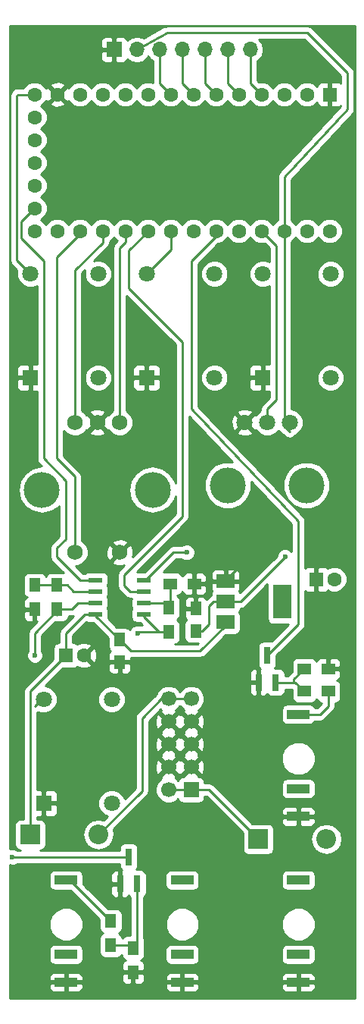
<source format=gbr>
G04 #@! TF.FileFunction,Copper,L1,Top,Signal*
%FSLAX46Y46*%
G04 Gerber Fmt 4.6, Leading zero omitted, Abs format (unit mm)*
G04 Created by KiCad (PCBNEW 4.0.7) date 07/15/18 23:17:43*
%MOMM*%
%LPD*%
G01*
G04 APERTURE LIST*
%ADD10C,0.100000*%
%ADD11R,1.700000X1.700000*%
%ADD12O,1.700000X1.700000*%
%ADD13C,1.800000*%
%ADD14R,1.800000X1.800000*%
%ADD15C,1.700000*%
%ADD16C,1.750000*%
%ADD17O,4.000000X4.000000*%
%ADD18C,1.600000*%
%ADD19R,1.600000X1.600000*%
%ADD20C,4.000000*%
%ADD21R,2.200000X2.200000*%
%ADD22O,2.200000X2.200000*%
%ADD23R,1.300000X1.500000*%
%ADD24R,1.500000X1.300000*%
%ADD25R,0.800000X1.900000*%
%ADD26R,2.000000X3.800000*%
%ADD27R,2.000000X1.500000*%
%ADD28R,1.550000X0.600000*%
%ADD29R,1.250000X1.500000*%
%ADD30R,2.500000X1.000000*%
%ADD31C,0.600000*%
%ADD32C,0.250000*%
%ADD33C,0.254000*%
G04 APERTURE END LIST*
D10*
D11*
X115380000Y-52380000D03*
D12*
X117920000Y-52380000D03*
X120460000Y-52380000D03*
X123000000Y-52380000D03*
X125540000Y-52380000D03*
X128080000Y-52380000D03*
X130620000Y-52380000D03*
D13*
X115100000Y-136500000D03*
X115100000Y-124900000D03*
D14*
X107500000Y-136500000D03*
D13*
X107500000Y-124900000D03*
X126600000Y-89000000D03*
X126600000Y-77400000D03*
D14*
X119000000Y-89000000D03*
D13*
X119000000Y-77400000D03*
X139600000Y-89000000D03*
X139600000Y-77400000D03*
D14*
X132000000Y-89000000D03*
D13*
X132000000Y-77400000D03*
X113600000Y-89000000D03*
X113600000Y-77400000D03*
D14*
X106000000Y-89000000D03*
D13*
X106000000Y-77400000D03*
D11*
X124000000Y-135000000D03*
D15*
X121460000Y-135000000D03*
X124000000Y-132460000D03*
X121460000Y-132460000D03*
X124000000Y-129920000D03*
X121460000Y-129920000D03*
X124000000Y-127380000D03*
X121460000Y-127380000D03*
X124000000Y-124840000D03*
X121460000Y-124840000D03*
D16*
X111000000Y-94000000D03*
X116000000Y-94000000D03*
X113500000Y-94000000D03*
X116000000Y-108500000D03*
X111000000Y-108500000D03*
D17*
X119700000Y-101500000D03*
X107300000Y-101500000D03*
D18*
X106490000Y-65000000D03*
X106490000Y-67540000D03*
X106490000Y-70080000D03*
X106490000Y-72620000D03*
X106490000Y-62460000D03*
X106490000Y-59920000D03*
X106490000Y-57380000D03*
X109030000Y-72620000D03*
X111570000Y-72620000D03*
X114110000Y-72620000D03*
X116650000Y-72620000D03*
X119190000Y-72620000D03*
X121730000Y-72620000D03*
X124270000Y-72620000D03*
X126810000Y-72620000D03*
X129350000Y-72620000D03*
X131890000Y-72620000D03*
X134430000Y-72620000D03*
X136970000Y-72620000D03*
X139510000Y-72620000D03*
X109030000Y-57380000D03*
X111570000Y-57380000D03*
X114110000Y-57380000D03*
X116650000Y-57380000D03*
X119190000Y-57380000D03*
X121730000Y-57380000D03*
X124270000Y-57380000D03*
X126810000Y-57380000D03*
X129350000Y-57380000D03*
X131890000Y-57380000D03*
X134430000Y-57380000D03*
X136970000Y-57380000D03*
D19*
X139510000Y-57380000D03*
D13*
X130000000Y-94000000D03*
X132500000Y-94000000D03*
X135000000Y-94000000D03*
D20*
X128100000Y-101000000D03*
X136900000Y-101000000D03*
D21*
X131500000Y-140500000D03*
D22*
X139120000Y-140500000D03*
D21*
X106000000Y-140000000D03*
D22*
X113620000Y-140000000D03*
D19*
X138000000Y-111500000D03*
D18*
X140000000Y-111500000D03*
D19*
X110000000Y-120000000D03*
D18*
X112000000Y-120000000D03*
D23*
X117500000Y-152650000D03*
X117500000Y-155350000D03*
D24*
X136650000Y-124000000D03*
X139350000Y-124000000D03*
X136650000Y-121500000D03*
X139350000Y-121500000D03*
X124350000Y-112000000D03*
X121650000Y-112000000D03*
D23*
X106500000Y-114850000D03*
X106500000Y-112150000D03*
X121500000Y-117350000D03*
X121500000Y-114650000D03*
X109000000Y-114850000D03*
X109000000Y-112150000D03*
X115000000Y-152350000D03*
X115000000Y-149650000D03*
D25*
X116050000Y-145500000D03*
X117950000Y-145500000D03*
X117000000Y-142500000D03*
X131550000Y-123000000D03*
X133450000Y-123000000D03*
X132500000Y-120000000D03*
D26*
X134150000Y-114000000D03*
D27*
X127850000Y-114000000D03*
X127850000Y-116300000D03*
X127850000Y-111700000D03*
D28*
X118700000Y-115405000D03*
X118700000Y-114135000D03*
X118700000Y-112865000D03*
X118700000Y-111595000D03*
X113300000Y-111595000D03*
X113300000Y-112865000D03*
X113300000Y-114135000D03*
X113300000Y-115405000D03*
D29*
X116000000Y-118250000D03*
X116000000Y-120750000D03*
X124500000Y-117250000D03*
X124500000Y-114750000D03*
D30*
X136000000Y-145080000D03*
X136000000Y-153380000D03*
X136000000Y-156480000D03*
X110000000Y-145080000D03*
X110000000Y-153380000D03*
X110000000Y-156480000D03*
X136000000Y-126580000D03*
X136000000Y-134880000D03*
X136000000Y-137980000D03*
X123000000Y-145080000D03*
X123000000Y-153380000D03*
X123000000Y-156480000D03*
D31*
X104000000Y-142500000D03*
X130000000Y-109500000D03*
X123500000Y-108500000D03*
X134500000Y-109000000D03*
X118000000Y-117500000D03*
X106500000Y-120000000D03*
D32*
X117950000Y-145500000D02*
X117950000Y-152200000D01*
X117950000Y-152200000D02*
X117500000Y-152650000D01*
X117450000Y-152600000D02*
X117500000Y-152650000D01*
X115000000Y-152350000D02*
X117200000Y-152350000D01*
X117200000Y-152350000D02*
X117500000Y-152650000D01*
X104000000Y-142500000D02*
X117000000Y-142500000D01*
X130000000Y-109500000D02*
X127850000Y-111650000D01*
X127850000Y-111650000D02*
X127850000Y-111700000D01*
X124000000Y-111750000D02*
X124250000Y-111750000D01*
X135500000Y-123000000D02*
X135500000Y-122650000D01*
X135500000Y-122650000D02*
X136650000Y-121500000D01*
X133450000Y-123000000D02*
X135500000Y-123000000D01*
X135500000Y-123000000D02*
X135650000Y-123000000D01*
X135650000Y-123000000D02*
X136650000Y-124000000D01*
X107070000Y-125080000D02*
X106500000Y-125650000D01*
X124270000Y-72620000D02*
X124270000Y-73270000D01*
X106000000Y-140000000D02*
X106000000Y-124000000D01*
X106000000Y-124000000D02*
X110000000Y-120000000D01*
X127850000Y-116300000D02*
X127850000Y-116650000D01*
X127850000Y-116650000D02*
X125000000Y-119500000D01*
X125000000Y-119500000D02*
X117250000Y-119500000D01*
X117250000Y-119500000D02*
X116000000Y-118250000D01*
X113300000Y-115405000D02*
X112095000Y-115405000D01*
X110000000Y-117500000D02*
X110000000Y-120000000D01*
X112095000Y-115405000D02*
X110000000Y-117500000D01*
X113300000Y-115405000D02*
X113300000Y-115550000D01*
X113300000Y-115550000D02*
X115750000Y-118000000D01*
X110000000Y-120000000D02*
X109500000Y-120000000D01*
X122000000Y-108500000D02*
X118905000Y-111595000D01*
X123500000Y-108500000D02*
X122000000Y-108500000D01*
X118905000Y-111595000D02*
X118700000Y-111595000D01*
X139120000Y-140500000D02*
X139120000Y-139620000D01*
X124500000Y-117250000D02*
X125250000Y-117250000D01*
X126500000Y-114000000D02*
X127850000Y-114000000D01*
X126000000Y-114500000D02*
X126500000Y-114000000D01*
X126000000Y-116500000D02*
X126000000Y-114500000D01*
X125250000Y-117250000D02*
X126000000Y-116500000D01*
X129500000Y-114000000D02*
X127850000Y-114000000D01*
X134500000Y-109000000D02*
X129500000Y-114000000D01*
X121460000Y-124840000D02*
X120660000Y-124840000D01*
X120660000Y-124840000D02*
X118500000Y-127000000D01*
X118500000Y-135120000D02*
X113620000Y-140000000D01*
X118500000Y-127000000D02*
X118500000Y-135120000D01*
X121460000Y-124840000D02*
X124000000Y-124840000D01*
X121460000Y-135000000D02*
X124000000Y-135000000D01*
X124000000Y-135000000D02*
X126000000Y-135000000D01*
X126000000Y-135000000D02*
X131500000Y-140500000D01*
X121500000Y-117350000D02*
X118150000Y-117350000D01*
X118150000Y-117350000D02*
X118000000Y-117500000D01*
X118700000Y-115405000D02*
X118700000Y-115700000D01*
X118700000Y-115700000D02*
X120350000Y-117350000D01*
X120350000Y-117350000D02*
X121500000Y-117350000D01*
X118700000Y-115405000D02*
X118905000Y-115405000D01*
X109000000Y-114850000D02*
X109000000Y-115000000D01*
X109000000Y-115000000D02*
X106500000Y-117500000D01*
X106500000Y-117500000D02*
X106500000Y-120000000D01*
X109000000Y-114850000D02*
X109000000Y-115500000D01*
X109000000Y-114850000D02*
X110650000Y-114850000D01*
X111365000Y-114135000D02*
X113300000Y-114135000D01*
X110650000Y-114850000D02*
X111365000Y-114135000D01*
X121650000Y-112000000D02*
X121650000Y-114500000D01*
X121650000Y-114500000D02*
X121500000Y-114650000D01*
X118700000Y-114135000D02*
X120985000Y-114135000D01*
X120985000Y-114135000D02*
X121500000Y-114650000D01*
X109000000Y-112150000D02*
X110150000Y-112150000D01*
X110865000Y-112865000D02*
X113300000Y-112865000D01*
X110150000Y-112150000D02*
X110865000Y-112865000D01*
X106500000Y-112150000D02*
X109000000Y-112150000D01*
X134430000Y-72620000D02*
X134430000Y-94430000D01*
X134430000Y-94430000D02*
X135000000Y-95000000D01*
X134430000Y-72620000D02*
X134430000Y-66570000D01*
X121300000Y-50500000D02*
X117920000Y-52380000D01*
X137000000Y-50500000D02*
X121300000Y-50500000D01*
X141500000Y-55000000D02*
X137000000Y-50500000D01*
X141500000Y-59000000D02*
X141500000Y-55000000D01*
X134430000Y-66570000D02*
X141500000Y-59000000D01*
X106490000Y-70080000D02*
X106420000Y-70080000D01*
X106420000Y-70080000D02*
X104950002Y-71549998D01*
X111595000Y-111595000D02*
X113300000Y-111595000D01*
X109000000Y-109000000D02*
X111595000Y-111595000D01*
X109000000Y-108000000D02*
X109000000Y-109000000D01*
X110000000Y-107000000D02*
X109000000Y-108000000D01*
X110000000Y-100500000D02*
X110000000Y-107000000D01*
X107500000Y-98000000D02*
X110000000Y-100500000D01*
X107500000Y-76000000D02*
X107500000Y-98000000D01*
X104950002Y-73450002D02*
X107500000Y-76000000D01*
X104950002Y-71549998D02*
X104950002Y-73450002D01*
X106490000Y-70080000D02*
X105920000Y-70080000D01*
X118700000Y-112865000D02*
X117135000Y-112865000D01*
X117000000Y-74810000D02*
X119190000Y-72620000D01*
X117000000Y-79000000D02*
X117000000Y-74810000D01*
X123000000Y-85000000D02*
X117000000Y-79000000D01*
X123000000Y-104500000D02*
X123000000Y-85000000D01*
X116500000Y-111000000D02*
X123000000Y-104500000D01*
X116500000Y-112230000D02*
X116500000Y-111000000D01*
X117135000Y-112865000D02*
X116500000Y-112230000D01*
X118135000Y-112865000D02*
X118000000Y-112730000D01*
X120460000Y-52380000D02*
X120460000Y-56110000D01*
X120460000Y-56110000D02*
X121730000Y-57380000D01*
X123000000Y-52380000D02*
X123000000Y-56110000D01*
X123000000Y-56110000D02*
X124270000Y-57380000D01*
X123000000Y-52380000D02*
X123000000Y-53000000D01*
X130620000Y-52380000D02*
X130620000Y-56110000D01*
X130620000Y-56110000D02*
X131890000Y-57380000D01*
X125540000Y-52380000D02*
X125540000Y-56110000D01*
X125540000Y-56110000D02*
X126810000Y-57380000D01*
X125540000Y-52380000D02*
X125540000Y-52460000D01*
X128080000Y-52380000D02*
X128080000Y-56110000D01*
X128080000Y-56110000D02*
X129350000Y-57380000D01*
X116650000Y-72620000D02*
X116650000Y-73850000D01*
X116000000Y-74500000D02*
X116000000Y-94000000D01*
X116650000Y-73850000D02*
X116000000Y-74500000D01*
X114110000Y-72620000D02*
X114110000Y-73890000D01*
X111000000Y-77000000D02*
X111000000Y-94000000D01*
X114110000Y-73890000D02*
X111000000Y-77000000D01*
X111570000Y-72620000D02*
X111570000Y-72930000D01*
X111570000Y-72930000D02*
X109000000Y-75500000D01*
X109000000Y-75500000D02*
X109000000Y-98000000D01*
X109000000Y-98000000D02*
X111000000Y-100000000D01*
X111000000Y-100000000D02*
X111000000Y-108500000D01*
X110000000Y-145080000D02*
X110430000Y-145080000D01*
X110430000Y-145080000D02*
X115000000Y-149650000D01*
X110000000Y-145080000D02*
X110000000Y-145150000D01*
X139350000Y-124000000D02*
X139350000Y-125650000D01*
X138420000Y-126580000D02*
X136000000Y-126580000D01*
X139350000Y-125650000D02*
X138420000Y-126580000D01*
X132500000Y-94000000D02*
X132500000Y-92500000D01*
X133500000Y-74230000D02*
X131890000Y-72620000D01*
X133500000Y-91500000D02*
X133500000Y-74230000D01*
X132500000Y-92500000D02*
X133500000Y-91500000D01*
X131890000Y-72620000D02*
X131890000Y-72890000D01*
X132500000Y-120000000D02*
X136000000Y-116500000D01*
X124000000Y-76000000D02*
X126810000Y-73190000D01*
X124000000Y-92500000D02*
X124000000Y-76000000D01*
X136000000Y-105000000D02*
X124000000Y-92500000D01*
X136000000Y-116500000D02*
X136000000Y-105000000D01*
X126810000Y-73190000D02*
X126810000Y-72620000D01*
X121730000Y-72620000D02*
X121730000Y-74670000D01*
X121730000Y-74670000D02*
X119000000Y-77400000D01*
X106490000Y-57380000D02*
X104620000Y-57380000D01*
X104500000Y-75900000D02*
X106000000Y-77400000D01*
X104500000Y-57500000D02*
X104500000Y-75900000D01*
X104620000Y-57380000D02*
X104500000Y-57500000D01*
D33*
G36*
X142290000Y-158290000D02*
X103710000Y-158290000D01*
X103710000Y-156765750D01*
X108115000Y-156765750D01*
X108115000Y-157106310D01*
X108211673Y-157339699D01*
X108390302Y-157518327D01*
X108623691Y-157615000D01*
X109714250Y-157615000D01*
X109873000Y-157456250D01*
X109873000Y-156607000D01*
X110127000Y-156607000D01*
X110127000Y-157456250D01*
X110285750Y-157615000D01*
X111376309Y-157615000D01*
X111609698Y-157518327D01*
X111788327Y-157339699D01*
X111885000Y-157106310D01*
X111885000Y-156765750D01*
X121115000Y-156765750D01*
X121115000Y-157106310D01*
X121211673Y-157339699D01*
X121390302Y-157518327D01*
X121623691Y-157615000D01*
X122714250Y-157615000D01*
X122873000Y-157456250D01*
X122873000Y-156607000D01*
X123127000Y-156607000D01*
X123127000Y-157456250D01*
X123285750Y-157615000D01*
X124376309Y-157615000D01*
X124609698Y-157518327D01*
X124788327Y-157339699D01*
X124885000Y-157106310D01*
X124885000Y-156765750D01*
X134115000Y-156765750D01*
X134115000Y-157106310D01*
X134211673Y-157339699D01*
X134390302Y-157518327D01*
X134623691Y-157615000D01*
X135714250Y-157615000D01*
X135873000Y-157456250D01*
X135873000Y-156607000D01*
X136127000Y-156607000D01*
X136127000Y-157456250D01*
X136285750Y-157615000D01*
X137376309Y-157615000D01*
X137609698Y-157518327D01*
X137788327Y-157339699D01*
X137885000Y-157106310D01*
X137885000Y-156765750D01*
X137726250Y-156607000D01*
X136127000Y-156607000D01*
X135873000Y-156607000D01*
X134273750Y-156607000D01*
X134115000Y-156765750D01*
X124885000Y-156765750D01*
X124726250Y-156607000D01*
X123127000Y-156607000D01*
X122873000Y-156607000D01*
X121273750Y-156607000D01*
X121115000Y-156765750D01*
X111885000Y-156765750D01*
X111726250Y-156607000D01*
X110127000Y-156607000D01*
X109873000Y-156607000D01*
X108273750Y-156607000D01*
X108115000Y-156765750D01*
X103710000Y-156765750D01*
X103710000Y-155853690D01*
X108115000Y-155853690D01*
X108115000Y-156194250D01*
X108273750Y-156353000D01*
X109873000Y-156353000D01*
X109873000Y-155503750D01*
X110127000Y-155503750D01*
X110127000Y-156353000D01*
X111726250Y-156353000D01*
X111885000Y-156194250D01*
X111885000Y-155853690D01*
X111794727Y-155635750D01*
X116215000Y-155635750D01*
X116215000Y-156226309D01*
X116311673Y-156459698D01*
X116490301Y-156638327D01*
X116723690Y-156735000D01*
X117214250Y-156735000D01*
X117373000Y-156576250D01*
X117373000Y-155477000D01*
X117627000Y-155477000D01*
X117627000Y-156576250D01*
X117785750Y-156735000D01*
X118276310Y-156735000D01*
X118509699Y-156638327D01*
X118688327Y-156459698D01*
X118785000Y-156226309D01*
X118785000Y-155853690D01*
X121115000Y-155853690D01*
X121115000Y-156194250D01*
X121273750Y-156353000D01*
X122873000Y-156353000D01*
X122873000Y-155503750D01*
X123127000Y-155503750D01*
X123127000Y-156353000D01*
X124726250Y-156353000D01*
X124885000Y-156194250D01*
X124885000Y-155853690D01*
X134115000Y-155853690D01*
X134115000Y-156194250D01*
X134273750Y-156353000D01*
X135873000Y-156353000D01*
X135873000Y-155503750D01*
X136127000Y-155503750D01*
X136127000Y-156353000D01*
X137726250Y-156353000D01*
X137885000Y-156194250D01*
X137885000Y-155853690D01*
X137788327Y-155620301D01*
X137609698Y-155441673D01*
X137376309Y-155345000D01*
X136285750Y-155345000D01*
X136127000Y-155503750D01*
X135873000Y-155503750D01*
X135714250Y-155345000D01*
X134623691Y-155345000D01*
X134390302Y-155441673D01*
X134211673Y-155620301D01*
X134115000Y-155853690D01*
X124885000Y-155853690D01*
X124788327Y-155620301D01*
X124609698Y-155441673D01*
X124376309Y-155345000D01*
X123285750Y-155345000D01*
X123127000Y-155503750D01*
X122873000Y-155503750D01*
X122714250Y-155345000D01*
X121623691Y-155345000D01*
X121390302Y-155441673D01*
X121211673Y-155620301D01*
X121115000Y-155853690D01*
X118785000Y-155853690D01*
X118785000Y-155635750D01*
X118626250Y-155477000D01*
X117627000Y-155477000D01*
X117373000Y-155477000D01*
X116373750Y-155477000D01*
X116215000Y-155635750D01*
X111794727Y-155635750D01*
X111788327Y-155620301D01*
X111609698Y-155441673D01*
X111376309Y-155345000D01*
X110285750Y-155345000D01*
X110127000Y-155503750D01*
X109873000Y-155503750D01*
X109714250Y-155345000D01*
X108623691Y-155345000D01*
X108390302Y-155441673D01*
X108211673Y-155620301D01*
X108115000Y-155853690D01*
X103710000Y-155853690D01*
X103710000Y-152880000D01*
X108102560Y-152880000D01*
X108102560Y-153880000D01*
X108146838Y-154115317D01*
X108285910Y-154331441D01*
X108498110Y-154476431D01*
X108750000Y-154527440D01*
X111250000Y-154527440D01*
X111485317Y-154483162D01*
X111701441Y-154344090D01*
X111846431Y-154131890D01*
X111897440Y-153880000D01*
X111897440Y-152880000D01*
X111853162Y-152644683D01*
X111714090Y-152428559D01*
X111501890Y-152283569D01*
X111250000Y-152232560D01*
X108750000Y-152232560D01*
X108514683Y-152276838D01*
X108298559Y-152415910D01*
X108153569Y-152628110D01*
X108102560Y-152880000D01*
X103710000Y-152880000D01*
X103710000Y-150373305D01*
X108114674Y-150373305D01*
X108401043Y-151066372D01*
X108930839Y-151597093D01*
X109623405Y-151884672D01*
X110373305Y-151885326D01*
X111066372Y-151598957D01*
X111597093Y-151069161D01*
X111884672Y-150376595D01*
X111885326Y-149626695D01*
X111598957Y-148933628D01*
X111069161Y-148402907D01*
X110376595Y-148115328D01*
X109626695Y-148114674D01*
X108933628Y-148401043D01*
X108402907Y-148930839D01*
X108115328Y-149623405D01*
X108114674Y-150373305D01*
X103710000Y-150373305D01*
X103710000Y-143391985D01*
X103813201Y-143434838D01*
X104185167Y-143435162D01*
X104528943Y-143293117D01*
X104562118Y-143260000D01*
X115952560Y-143260000D01*
X115952560Y-143450000D01*
X115996838Y-143685317D01*
X116135910Y-143901441D01*
X116262686Y-143988064D01*
X116177000Y-144073750D01*
X116177000Y-145373000D01*
X116197000Y-145373000D01*
X116197000Y-145627000D01*
X116177000Y-145627000D01*
X116177000Y-146926250D01*
X116335750Y-147085000D01*
X116576310Y-147085000D01*
X116809699Y-146988327D01*
X116988327Y-146809698D01*
X117003423Y-146773253D01*
X117085910Y-146901441D01*
X117190000Y-146972563D01*
X117190000Y-151252560D01*
X116850000Y-151252560D01*
X116614683Y-151296838D01*
X116398559Y-151435910D01*
X116295065Y-151587378D01*
X116253162Y-151364683D01*
X116114090Y-151148559D01*
X115901890Y-151003569D01*
X115888803Y-151000919D01*
X116101441Y-150864090D01*
X116246431Y-150651890D01*
X116297440Y-150400000D01*
X116297440Y-148900000D01*
X116253162Y-148664683D01*
X116114090Y-148448559D01*
X115901890Y-148303569D01*
X115650000Y-148252560D01*
X114677362Y-148252560D01*
X112210552Y-145785750D01*
X115015000Y-145785750D01*
X115015000Y-146576309D01*
X115111673Y-146809698D01*
X115290301Y-146988327D01*
X115523690Y-147085000D01*
X115764250Y-147085000D01*
X115923000Y-146926250D01*
X115923000Y-145627000D01*
X115173750Y-145627000D01*
X115015000Y-145785750D01*
X112210552Y-145785750D01*
X111897440Y-145472638D01*
X111897440Y-144580000D01*
X111868029Y-144423691D01*
X115015000Y-144423691D01*
X115015000Y-145214250D01*
X115173750Y-145373000D01*
X115923000Y-145373000D01*
X115923000Y-144073750D01*
X115764250Y-143915000D01*
X115523690Y-143915000D01*
X115290301Y-144011673D01*
X115111673Y-144190302D01*
X115015000Y-144423691D01*
X111868029Y-144423691D01*
X111853162Y-144344683D01*
X111714090Y-144128559D01*
X111501890Y-143983569D01*
X111250000Y-143932560D01*
X108750000Y-143932560D01*
X108514683Y-143976838D01*
X108298559Y-144115910D01*
X108153569Y-144328110D01*
X108102560Y-144580000D01*
X108102560Y-145580000D01*
X108146838Y-145815317D01*
X108285910Y-146031441D01*
X108498110Y-146176431D01*
X108750000Y-146227440D01*
X110502638Y-146227440D01*
X113702560Y-149427362D01*
X113702560Y-150400000D01*
X113746838Y-150635317D01*
X113885910Y-150851441D01*
X114098110Y-150996431D01*
X114111197Y-150999081D01*
X113898559Y-151135910D01*
X113753569Y-151348110D01*
X113702560Y-151600000D01*
X113702560Y-153100000D01*
X113746838Y-153335317D01*
X113885910Y-153551441D01*
X114098110Y-153696431D01*
X114350000Y-153747440D01*
X115650000Y-153747440D01*
X115885317Y-153703162D01*
X116101441Y-153564090D01*
X116204935Y-153412622D01*
X116246838Y-153635317D01*
X116385910Y-153851441D01*
X116598110Y-153996431D01*
X116631490Y-154003191D01*
X116490301Y-154061673D01*
X116311673Y-154240302D01*
X116215000Y-154473691D01*
X116215000Y-155064250D01*
X116373750Y-155223000D01*
X117373000Y-155223000D01*
X117373000Y-155203000D01*
X117627000Y-155203000D01*
X117627000Y-155223000D01*
X118626250Y-155223000D01*
X118785000Y-155064250D01*
X118785000Y-154473691D01*
X118688327Y-154240302D01*
X118509699Y-154061673D01*
X118373713Y-154005346D01*
X118385317Y-154003162D01*
X118601441Y-153864090D01*
X118746431Y-153651890D01*
X118797440Y-153400000D01*
X118797440Y-152880000D01*
X121102560Y-152880000D01*
X121102560Y-153880000D01*
X121146838Y-154115317D01*
X121285910Y-154331441D01*
X121498110Y-154476431D01*
X121750000Y-154527440D01*
X124250000Y-154527440D01*
X124485317Y-154483162D01*
X124701441Y-154344090D01*
X124846431Y-154131890D01*
X124897440Y-153880000D01*
X124897440Y-152880000D01*
X134102560Y-152880000D01*
X134102560Y-153880000D01*
X134146838Y-154115317D01*
X134285910Y-154331441D01*
X134498110Y-154476431D01*
X134750000Y-154527440D01*
X137250000Y-154527440D01*
X137485317Y-154483162D01*
X137701441Y-154344090D01*
X137846431Y-154131890D01*
X137897440Y-153880000D01*
X137897440Y-152880000D01*
X137853162Y-152644683D01*
X137714090Y-152428559D01*
X137501890Y-152283569D01*
X137250000Y-152232560D01*
X134750000Y-152232560D01*
X134514683Y-152276838D01*
X134298559Y-152415910D01*
X134153569Y-152628110D01*
X134102560Y-152880000D01*
X124897440Y-152880000D01*
X124853162Y-152644683D01*
X124714090Y-152428559D01*
X124501890Y-152283569D01*
X124250000Y-152232560D01*
X121750000Y-152232560D01*
X121514683Y-152276838D01*
X121298559Y-152415910D01*
X121153569Y-152628110D01*
X121102560Y-152880000D01*
X118797440Y-152880000D01*
X118797440Y-151900000D01*
X118753162Y-151664683D01*
X118710000Y-151597607D01*
X118710000Y-150373305D01*
X121114674Y-150373305D01*
X121401043Y-151066372D01*
X121930839Y-151597093D01*
X122623405Y-151884672D01*
X123373305Y-151885326D01*
X124066372Y-151598957D01*
X124597093Y-151069161D01*
X124884672Y-150376595D01*
X124884674Y-150373305D01*
X134114674Y-150373305D01*
X134401043Y-151066372D01*
X134930839Y-151597093D01*
X135623405Y-151884672D01*
X136373305Y-151885326D01*
X137066372Y-151598957D01*
X137597093Y-151069161D01*
X137884672Y-150376595D01*
X137885326Y-149626695D01*
X137598957Y-148933628D01*
X137069161Y-148402907D01*
X136376595Y-148115328D01*
X135626695Y-148114674D01*
X134933628Y-148401043D01*
X134402907Y-148930839D01*
X134115328Y-149623405D01*
X134114674Y-150373305D01*
X124884674Y-150373305D01*
X124885326Y-149626695D01*
X124598957Y-148933628D01*
X124069161Y-148402907D01*
X123376595Y-148115328D01*
X122626695Y-148114674D01*
X121933628Y-148401043D01*
X121402907Y-148930839D01*
X121115328Y-149623405D01*
X121114674Y-150373305D01*
X118710000Y-150373305D01*
X118710000Y-146972931D01*
X118801441Y-146914090D01*
X118946431Y-146701890D01*
X118997440Y-146450000D01*
X118997440Y-144580000D01*
X121102560Y-144580000D01*
X121102560Y-145580000D01*
X121146838Y-145815317D01*
X121285910Y-146031441D01*
X121498110Y-146176431D01*
X121750000Y-146227440D01*
X124250000Y-146227440D01*
X124485317Y-146183162D01*
X124701441Y-146044090D01*
X124846431Y-145831890D01*
X124897440Y-145580000D01*
X124897440Y-144580000D01*
X134102560Y-144580000D01*
X134102560Y-145580000D01*
X134146838Y-145815317D01*
X134285910Y-146031441D01*
X134498110Y-146176431D01*
X134750000Y-146227440D01*
X137250000Y-146227440D01*
X137485317Y-146183162D01*
X137701441Y-146044090D01*
X137846431Y-145831890D01*
X137897440Y-145580000D01*
X137897440Y-144580000D01*
X137853162Y-144344683D01*
X137714090Y-144128559D01*
X137501890Y-143983569D01*
X137250000Y-143932560D01*
X134750000Y-143932560D01*
X134514683Y-143976838D01*
X134298559Y-144115910D01*
X134153569Y-144328110D01*
X134102560Y-144580000D01*
X124897440Y-144580000D01*
X124853162Y-144344683D01*
X124714090Y-144128559D01*
X124501890Y-143983569D01*
X124250000Y-143932560D01*
X121750000Y-143932560D01*
X121514683Y-143976838D01*
X121298559Y-144115910D01*
X121153569Y-144328110D01*
X121102560Y-144580000D01*
X118997440Y-144580000D01*
X118997440Y-144550000D01*
X118953162Y-144314683D01*
X118814090Y-144098559D01*
X118601890Y-143953569D01*
X118350000Y-143902560D01*
X117859319Y-143902560D01*
X117996431Y-143701890D01*
X118047440Y-143450000D01*
X118047440Y-141550000D01*
X118003162Y-141314683D01*
X117864090Y-141098559D01*
X117651890Y-140953569D01*
X117400000Y-140902560D01*
X116600000Y-140902560D01*
X116364683Y-140946838D01*
X116148559Y-141085910D01*
X116003569Y-141298110D01*
X115952560Y-141550000D01*
X115952560Y-141740000D01*
X107139540Y-141740000D01*
X107335317Y-141703162D01*
X107551441Y-141564090D01*
X107696431Y-141351890D01*
X107747440Y-141100000D01*
X107747440Y-140000000D01*
X111851009Y-140000000D01*
X111983078Y-140663956D01*
X112359179Y-141226830D01*
X112922053Y-141602931D01*
X113586009Y-141735000D01*
X113653991Y-141735000D01*
X114317947Y-141602931D01*
X114880821Y-141226830D01*
X115256922Y-140663956D01*
X115388991Y-140000000D01*
X115273818Y-139420984D01*
X119037401Y-135657401D01*
X119202148Y-135410840D01*
X119225371Y-135294089D01*
X119974743Y-135294089D01*
X120200344Y-135840086D01*
X120617717Y-136258188D01*
X121163319Y-136484742D01*
X121754089Y-136485257D01*
X122300086Y-136259656D01*
X122535435Y-136024717D01*
X122546838Y-136085317D01*
X122685910Y-136301441D01*
X122898110Y-136446431D01*
X123150000Y-136497440D01*
X124850000Y-136497440D01*
X125085317Y-136453162D01*
X125301441Y-136314090D01*
X125446431Y-136101890D01*
X125497440Y-135850000D01*
X125497440Y-135760000D01*
X125685198Y-135760000D01*
X129752560Y-139827362D01*
X129752560Y-141600000D01*
X129796838Y-141835317D01*
X129935910Y-142051441D01*
X130148110Y-142196431D01*
X130400000Y-142247440D01*
X132600000Y-142247440D01*
X132835317Y-142203162D01*
X133051441Y-142064090D01*
X133196431Y-141851890D01*
X133247440Y-141600000D01*
X133247440Y-140500000D01*
X137351009Y-140500000D01*
X137483078Y-141163956D01*
X137859179Y-141726830D01*
X138422053Y-142102931D01*
X139086009Y-142235000D01*
X139153991Y-142235000D01*
X139817947Y-142102931D01*
X140380821Y-141726830D01*
X140756922Y-141163956D01*
X140888991Y-140500000D01*
X140756922Y-139836044D01*
X140380821Y-139273170D01*
X139817947Y-138897069D01*
X139153991Y-138765000D01*
X139086009Y-138765000D01*
X138422053Y-138897069D01*
X137859179Y-139273170D01*
X137483078Y-139836044D01*
X137351009Y-140500000D01*
X133247440Y-140500000D01*
X133247440Y-139400000D01*
X133203162Y-139164683D01*
X133064090Y-138948559D01*
X132851890Y-138803569D01*
X132600000Y-138752560D01*
X130827362Y-138752560D01*
X130340552Y-138265750D01*
X134115000Y-138265750D01*
X134115000Y-138606310D01*
X134211673Y-138839699D01*
X134390302Y-139018327D01*
X134623691Y-139115000D01*
X135714250Y-139115000D01*
X135873000Y-138956250D01*
X135873000Y-138107000D01*
X136127000Y-138107000D01*
X136127000Y-138956250D01*
X136285750Y-139115000D01*
X137376309Y-139115000D01*
X137609698Y-139018327D01*
X137788327Y-138839699D01*
X137885000Y-138606310D01*
X137885000Y-138265750D01*
X137726250Y-138107000D01*
X136127000Y-138107000D01*
X135873000Y-138107000D01*
X134273750Y-138107000D01*
X134115000Y-138265750D01*
X130340552Y-138265750D01*
X129428492Y-137353690D01*
X134115000Y-137353690D01*
X134115000Y-137694250D01*
X134273750Y-137853000D01*
X135873000Y-137853000D01*
X135873000Y-137003750D01*
X136127000Y-137003750D01*
X136127000Y-137853000D01*
X137726250Y-137853000D01*
X137885000Y-137694250D01*
X137885000Y-137353690D01*
X137788327Y-137120301D01*
X137609698Y-136941673D01*
X137376309Y-136845000D01*
X136285750Y-136845000D01*
X136127000Y-137003750D01*
X135873000Y-137003750D01*
X135714250Y-136845000D01*
X134623691Y-136845000D01*
X134390302Y-136941673D01*
X134211673Y-137120301D01*
X134115000Y-137353690D01*
X129428492Y-137353690D01*
X126537401Y-134462599D01*
X126413783Y-134380000D01*
X134102560Y-134380000D01*
X134102560Y-135380000D01*
X134146838Y-135615317D01*
X134285910Y-135831441D01*
X134498110Y-135976431D01*
X134750000Y-136027440D01*
X137250000Y-136027440D01*
X137485317Y-135983162D01*
X137701441Y-135844090D01*
X137846431Y-135631890D01*
X137897440Y-135380000D01*
X137897440Y-134380000D01*
X137853162Y-134144683D01*
X137714090Y-133928559D01*
X137501890Y-133783569D01*
X137250000Y-133732560D01*
X134750000Y-133732560D01*
X134514683Y-133776838D01*
X134298559Y-133915910D01*
X134153569Y-134128110D01*
X134102560Y-134380000D01*
X126413783Y-134380000D01*
X126290839Y-134297852D01*
X126000000Y-134240000D01*
X125497440Y-134240000D01*
X125497440Y-134150000D01*
X125453162Y-133914683D01*
X125314090Y-133698559D01*
X125101890Y-133553569D01*
X124863900Y-133505375D01*
X124864353Y-133503958D01*
X124000000Y-132639605D01*
X123135647Y-133503958D01*
X123136040Y-133505187D01*
X122914683Y-133546838D01*
X122698559Y-133685910D01*
X122553569Y-133898110D01*
X122537504Y-133977443D01*
X122302283Y-133741812D01*
X122254688Y-133722049D01*
X122324353Y-133503958D01*
X121460000Y-132639605D01*
X120595647Y-133503958D01*
X120665181Y-133721640D01*
X120619914Y-133740344D01*
X120201812Y-134157717D01*
X119975258Y-134703319D01*
X119974743Y-135294089D01*
X119225371Y-135294089D01*
X119260000Y-135120000D01*
X119260000Y-132231279D01*
X119963282Y-132231279D01*
X119989685Y-132821458D01*
X120164741Y-133244080D01*
X120416042Y-133324353D01*
X121280395Y-132460000D01*
X121639605Y-132460000D01*
X122503958Y-133324353D01*
X122730000Y-133252148D01*
X122956042Y-133324353D01*
X123820395Y-132460000D01*
X124179605Y-132460000D01*
X125043958Y-133324353D01*
X125295259Y-133244080D01*
X125496718Y-132688721D01*
X125470315Y-132098542D01*
X125377019Y-131873305D01*
X134114674Y-131873305D01*
X134401043Y-132566372D01*
X134930839Y-133097093D01*
X135623405Y-133384672D01*
X136373305Y-133385326D01*
X137066372Y-133098957D01*
X137597093Y-132569161D01*
X137884672Y-131876595D01*
X137885326Y-131126695D01*
X137598957Y-130433628D01*
X137069161Y-129902907D01*
X136376595Y-129615328D01*
X135626695Y-129614674D01*
X134933628Y-129901043D01*
X134402907Y-130430839D01*
X134115328Y-131123405D01*
X134114674Y-131873305D01*
X125377019Y-131873305D01*
X125295259Y-131675920D01*
X125043958Y-131595647D01*
X124179605Y-132460000D01*
X123820395Y-132460000D01*
X122956042Y-131595647D01*
X122730000Y-131667852D01*
X122503958Y-131595647D01*
X121639605Y-132460000D01*
X121280395Y-132460000D01*
X120416042Y-131595647D01*
X120164741Y-131675920D01*
X119963282Y-132231279D01*
X119260000Y-132231279D01*
X119260000Y-130963958D01*
X120595647Y-130963958D01*
X120667852Y-131190000D01*
X120595647Y-131416042D01*
X121460000Y-132280395D01*
X122324353Y-131416042D01*
X122252148Y-131190000D01*
X122324353Y-130963958D01*
X123135647Y-130963958D01*
X123207852Y-131190000D01*
X123135647Y-131416042D01*
X124000000Y-132280395D01*
X124864353Y-131416042D01*
X124792148Y-131190000D01*
X124864353Y-130963958D01*
X124000000Y-130099605D01*
X123135647Y-130963958D01*
X122324353Y-130963958D01*
X121460000Y-130099605D01*
X120595647Y-130963958D01*
X119260000Y-130963958D01*
X119260000Y-129691279D01*
X119963282Y-129691279D01*
X119989685Y-130281458D01*
X120164741Y-130704080D01*
X120416042Y-130784353D01*
X121280395Y-129920000D01*
X121639605Y-129920000D01*
X122503958Y-130784353D01*
X122730000Y-130712148D01*
X122956042Y-130784353D01*
X123820395Y-129920000D01*
X124179605Y-129920000D01*
X125043958Y-130784353D01*
X125295259Y-130704080D01*
X125496718Y-130148721D01*
X125470315Y-129558542D01*
X125295259Y-129135920D01*
X125043958Y-129055647D01*
X124179605Y-129920000D01*
X123820395Y-129920000D01*
X122956042Y-129055647D01*
X122730000Y-129127852D01*
X122503958Y-129055647D01*
X121639605Y-129920000D01*
X121280395Y-129920000D01*
X120416042Y-129055647D01*
X120164741Y-129135920D01*
X119963282Y-129691279D01*
X119260000Y-129691279D01*
X119260000Y-128423958D01*
X120595647Y-128423958D01*
X120667852Y-128650000D01*
X120595647Y-128876042D01*
X121460000Y-129740395D01*
X122324353Y-128876042D01*
X122252148Y-128650000D01*
X122324353Y-128423958D01*
X123135647Y-128423958D01*
X123207852Y-128650000D01*
X123135647Y-128876042D01*
X124000000Y-129740395D01*
X124864353Y-128876042D01*
X124792148Y-128650000D01*
X124864353Y-128423958D01*
X124000000Y-127559605D01*
X123135647Y-128423958D01*
X122324353Y-128423958D01*
X121460000Y-127559605D01*
X120595647Y-128423958D01*
X119260000Y-128423958D01*
X119260000Y-127314802D01*
X119423523Y-127151279D01*
X119963282Y-127151279D01*
X119989685Y-127741458D01*
X120164741Y-128164080D01*
X120416042Y-128244353D01*
X121280395Y-127380000D01*
X121639605Y-127380000D01*
X122503958Y-128244353D01*
X122730000Y-128172148D01*
X122956042Y-128244353D01*
X123820395Y-127380000D01*
X124179605Y-127380000D01*
X125043958Y-128244353D01*
X125295259Y-128164080D01*
X125496718Y-127608721D01*
X125470315Y-127018542D01*
X125295259Y-126595920D01*
X125043958Y-126515647D01*
X124179605Y-127380000D01*
X123820395Y-127380000D01*
X122956042Y-126515647D01*
X122730000Y-126587852D01*
X122503958Y-126515647D01*
X121639605Y-127380000D01*
X121280395Y-127380000D01*
X120416042Y-126515647D01*
X120164741Y-126595920D01*
X119963282Y-127151279D01*
X119423523Y-127151279D01*
X120547227Y-126027575D01*
X120617717Y-126098188D01*
X120665312Y-126117951D01*
X120595647Y-126336042D01*
X121460000Y-127200395D01*
X122324353Y-126336042D01*
X122254819Y-126118360D01*
X122300086Y-126099656D01*
X122718188Y-125682283D01*
X122729748Y-125654443D01*
X122740344Y-125680086D01*
X123157717Y-126098188D01*
X123205312Y-126117951D01*
X123135647Y-126336042D01*
X124000000Y-127200395D01*
X124864353Y-126336042D01*
X124794819Y-126118360D01*
X124840086Y-126099656D01*
X125258188Y-125682283D01*
X125484742Y-125136681D01*
X125485257Y-124545911D01*
X125259656Y-123999914D01*
X124842283Y-123581812D01*
X124296681Y-123355258D01*
X123705911Y-123354743D01*
X123159914Y-123580344D01*
X122741812Y-123997717D01*
X122730252Y-124025557D01*
X122719656Y-123999914D01*
X122302283Y-123581812D01*
X121756681Y-123355258D01*
X121165911Y-123354743D01*
X120619914Y-123580344D01*
X120201812Y-123997717D01*
X120041566Y-124383632D01*
X117962599Y-126462599D01*
X117797852Y-126709161D01*
X117740000Y-127000000D01*
X117740000Y-134805198D01*
X116551622Y-135993576D01*
X116402068Y-135631629D01*
X115970643Y-135199449D01*
X115406670Y-134965267D01*
X114796009Y-134964735D01*
X114231629Y-135197932D01*
X113799449Y-135629357D01*
X113565267Y-136193330D01*
X113564735Y-136803991D01*
X113797932Y-137368371D01*
X114229357Y-137800551D01*
X114593459Y-137951739D01*
X114176304Y-138368894D01*
X113653991Y-138265000D01*
X113586009Y-138265000D01*
X112922053Y-138397069D01*
X112359179Y-138773170D01*
X111983078Y-139336044D01*
X111851009Y-140000000D01*
X107747440Y-140000000D01*
X107747440Y-138900000D01*
X107703162Y-138664683D01*
X107564090Y-138448559D01*
X107351890Y-138303569D01*
X107100000Y-138252560D01*
X106760000Y-138252560D01*
X106760000Y-138035000D01*
X107214250Y-138035000D01*
X107373000Y-137876250D01*
X107373000Y-136627000D01*
X107627000Y-136627000D01*
X107627000Y-137876250D01*
X107785750Y-138035000D01*
X108526310Y-138035000D01*
X108759699Y-137938327D01*
X108938327Y-137759698D01*
X109035000Y-137526309D01*
X109035000Y-136785750D01*
X108876250Y-136627000D01*
X107627000Y-136627000D01*
X107373000Y-136627000D01*
X107353000Y-136627000D01*
X107353000Y-136373000D01*
X107373000Y-136373000D01*
X107373000Y-135123750D01*
X107627000Y-135123750D01*
X107627000Y-136373000D01*
X108876250Y-136373000D01*
X109035000Y-136214250D01*
X109035000Y-135473691D01*
X108938327Y-135240302D01*
X108759699Y-135061673D01*
X108526310Y-134965000D01*
X107785750Y-134965000D01*
X107627000Y-135123750D01*
X107373000Y-135123750D01*
X107214250Y-134965000D01*
X106760000Y-134965000D01*
X106760000Y-126358282D01*
X106790839Y-126352148D01*
X106868874Y-126300007D01*
X107193330Y-126434733D01*
X107803991Y-126435265D01*
X108368371Y-126202068D01*
X108800551Y-125770643D01*
X109034733Y-125206670D01*
X109034735Y-125203991D01*
X113564735Y-125203991D01*
X113797932Y-125768371D01*
X114229357Y-126200551D01*
X114793330Y-126434733D01*
X115403991Y-126435265D01*
X115968371Y-126202068D01*
X116400551Y-125770643D01*
X116634733Y-125206670D01*
X116635265Y-124596009D01*
X116402068Y-124031629D01*
X115970643Y-123599449D01*
X115406670Y-123365267D01*
X114796009Y-123364735D01*
X114231629Y-123597932D01*
X113799449Y-124029357D01*
X113565267Y-124593330D01*
X113564735Y-125203991D01*
X109034735Y-125203991D01*
X109035265Y-124596009D01*
X108802068Y-124031629D01*
X108370643Y-123599449D01*
X107806670Y-123365267D01*
X107709620Y-123365182D01*
X107789052Y-123285750D01*
X130515000Y-123285750D01*
X130515000Y-124076309D01*
X130611673Y-124309698D01*
X130790301Y-124488327D01*
X131023690Y-124585000D01*
X131264250Y-124585000D01*
X131423000Y-124426250D01*
X131423000Y-123127000D01*
X130673750Y-123127000D01*
X130515000Y-123285750D01*
X107789052Y-123285750D01*
X109627362Y-121447440D01*
X110800000Y-121447440D01*
X111035317Y-121403162D01*
X111251441Y-121264090D01*
X111255977Y-121257452D01*
X111783223Y-121446965D01*
X112353454Y-121419778D01*
X112754005Y-121253864D01*
X112819703Y-121035750D01*
X114740000Y-121035750D01*
X114740000Y-121626309D01*
X114836673Y-121859698D01*
X115015301Y-122038327D01*
X115248690Y-122135000D01*
X115714250Y-122135000D01*
X115873000Y-121976250D01*
X115873000Y-120877000D01*
X116127000Y-120877000D01*
X116127000Y-121976250D01*
X116285750Y-122135000D01*
X116751310Y-122135000D01*
X116984699Y-122038327D01*
X117099334Y-121923691D01*
X130515000Y-121923691D01*
X130515000Y-122714250D01*
X130673750Y-122873000D01*
X131423000Y-122873000D01*
X131423000Y-121573750D01*
X131264250Y-121415000D01*
X131023690Y-121415000D01*
X130790301Y-121511673D01*
X130611673Y-121690302D01*
X130515000Y-121923691D01*
X117099334Y-121923691D01*
X117163327Y-121859698D01*
X117260000Y-121626309D01*
X117260000Y-121035750D01*
X117101250Y-120877000D01*
X116127000Y-120877000D01*
X115873000Y-120877000D01*
X114898750Y-120877000D01*
X114740000Y-121035750D01*
X112819703Y-121035750D01*
X112828139Y-121007745D01*
X112000000Y-120179605D01*
X111985858Y-120193748D01*
X111806253Y-120014143D01*
X111820395Y-120000000D01*
X112179605Y-120000000D01*
X113007745Y-120828139D01*
X113253864Y-120754005D01*
X113446965Y-120216777D01*
X113419778Y-119646546D01*
X113253864Y-119245995D01*
X113007745Y-119171861D01*
X112179605Y-120000000D01*
X111820395Y-120000000D01*
X111806253Y-119985858D01*
X111985858Y-119806252D01*
X112000000Y-119820395D01*
X112828139Y-118992255D01*
X112754005Y-118746136D01*
X112216777Y-118553035D01*
X111646546Y-118580222D01*
X111255053Y-118742384D01*
X111051890Y-118603569D01*
X110800000Y-118552560D01*
X110760000Y-118552560D01*
X110760000Y-117814802D01*
X112273327Y-116301475D01*
X112525000Y-116352440D01*
X113027638Y-116352440D01*
X114727560Y-118052362D01*
X114727560Y-119000000D01*
X114771838Y-119235317D01*
X114910910Y-119451441D01*
X114979006Y-119497969D01*
X114836673Y-119640302D01*
X114740000Y-119873691D01*
X114740000Y-120464250D01*
X114898750Y-120623000D01*
X115873000Y-120623000D01*
X115873000Y-120603000D01*
X116127000Y-120603000D01*
X116127000Y-120623000D01*
X117101250Y-120623000D01*
X117260000Y-120464250D01*
X117260000Y-120260000D01*
X125000000Y-120260000D01*
X125290839Y-120202148D01*
X125537401Y-120037401D01*
X127877362Y-117697440D01*
X128850000Y-117697440D01*
X129085317Y-117653162D01*
X129301441Y-117514090D01*
X129446431Y-117301890D01*
X129497440Y-117050000D01*
X129497440Y-115550000D01*
X129453162Y-115314683D01*
X129346241Y-115148523D01*
X129446431Y-115001890D01*
X129495415Y-114760000D01*
X129500000Y-114760000D01*
X129790839Y-114702148D01*
X130037401Y-114537401D01*
X132509608Y-112065194D01*
X132502560Y-112100000D01*
X132502560Y-115900000D01*
X132546838Y-116135317D01*
X132685910Y-116351441D01*
X132898110Y-116496431D01*
X133150000Y-116547440D01*
X134877758Y-116547440D01*
X133001985Y-118423213D01*
X132900000Y-118402560D01*
X132100000Y-118402560D01*
X131864683Y-118446838D01*
X131648559Y-118585910D01*
X131503569Y-118798110D01*
X131452560Y-119050000D01*
X131452560Y-120950000D01*
X131496838Y-121185317D01*
X131635910Y-121401441D01*
X131762686Y-121488064D01*
X131677000Y-121573750D01*
X131677000Y-122873000D01*
X131697000Y-122873000D01*
X131697000Y-123127000D01*
X131677000Y-123127000D01*
X131677000Y-124426250D01*
X131835750Y-124585000D01*
X132076310Y-124585000D01*
X132309699Y-124488327D01*
X132488327Y-124309698D01*
X132503423Y-124273253D01*
X132585910Y-124401441D01*
X132798110Y-124546431D01*
X133050000Y-124597440D01*
X133850000Y-124597440D01*
X134085317Y-124553162D01*
X134301441Y-124414090D01*
X134446431Y-124201890D01*
X134497440Y-123950000D01*
X134497440Y-123760000D01*
X135252560Y-123760000D01*
X135252560Y-124650000D01*
X135296838Y-124885317D01*
X135435910Y-125101441D01*
X135648110Y-125246431D01*
X135900000Y-125297440D01*
X137400000Y-125297440D01*
X137635317Y-125253162D01*
X137851441Y-125114090D01*
X137996431Y-124901890D01*
X137999081Y-124888803D01*
X138135910Y-125101441D01*
X138348110Y-125246431D01*
X138590000Y-125295415D01*
X138590000Y-125335198D01*
X138105198Y-125820000D01*
X137837279Y-125820000D01*
X137714090Y-125628559D01*
X137501890Y-125483569D01*
X137250000Y-125432560D01*
X134750000Y-125432560D01*
X134514683Y-125476838D01*
X134298559Y-125615910D01*
X134153569Y-125828110D01*
X134102560Y-126080000D01*
X134102560Y-127080000D01*
X134146838Y-127315317D01*
X134285910Y-127531441D01*
X134498110Y-127676431D01*
X134750000Y-127727440D01*
X137250000Y-127727440D01*
X137485317Y-127683162D01*
X137701441Y-127544090D01*
X137840890Y-127340000D01*
X138420000Y-127340000D01*
X138710839Y-127282148D01*
X138957401Y-127117401D01*
X139887401Y-126187401D01*
X140052148Y-125940839D01*
X140110000Y-125650000D01*
X140110000Y-125295558D01*
X140335317Y-125253162D01*
X140551441Y-125114090D01*
X140696431Y-124901890D01*
X140747440Y-124650000D01*
X140747440Y-123350000D01*
X140703162Y-123114683D01*
X140564090Y-122898559D01*
X140351890Y-122753569D01*
X140318509Y-122746809D01*
X140459698Y-122688327D01*
X140638327Y-122509699D01*
X140735000Y-122276310D01*
X140735000Y-121785750D01*
X140576250Y-121627000D01*
X139477000Y-121627000D01*
X139477000Y-121647000D01*
X139223000Y-121647000D01*
X139223000Y-121627000D01*
X139203000Y-121627000D01*
X139203000Y-121373000D01*
X139223000Y-121373000D01*
X139223000Y-120373750D01*
X139477000Y-120373750D01*
X139477000Y-121373000D01*
X140576250Y-121373000D01*
X140735000Y-121214250D01*
X140735000Y-120723690D01*
X140638327Y-120490301D01*
X140459698Y-120311673D01*
X140226309Y-120215000D01*
X139635750Y-120215000D01*
X139477000Y-120373750D01*
X139223000Y-120373750D01*
X139064250Y-120215000D01*
X138473691Y-120215000D01*
X138240302Y-120311673D01*
X138061673Y-120490301D01*
X138005346Y-120626287D01*
X138003162Y-120614683D01*
X137864090Y-120398559D01*
X137651890Y-120253569D01*
X137400000Y-120202560D01*
X135900000Y-120202560D01*
X135664683Y-120246838D01*
X135448559Y-120385910D01*
X135303569Y-120598110D01*
X135252560Y-120850000D01*
X135252560Y-121822638D01*
X134962599Y-122112599D01*
X134877473Y-122240000D01*
X134497440Y-122240000D01*
X134497440Y-122050000D01*
X134453162Y-121814683D01*
X134314090Y-121598559D01*
X134101890Y-121453569D01*
X133850000Y-121402560D01*
X133359319Y-121402560D01*
X133496431Y-121201890D01*
X133547440Y-120950000D01*
X133547440Y-120027362D01*
X136537401Y-117037401D01*
X136702148Y-116790840D01*
X136718848Y-116706883D01*
X136760000Y-116500000D01*
X136760000Y-112758025D01*
X136840302Y-112838327D01*
X137073691Y-112935000D01*
X137714250Y-112935000D01*
X137873000Y-112776250D01*
X137873000Y-111627000D01*
X137853000Y-111627000D01*
X137853000Y-111373000D01*
X137873000Y-111373000D01*
X137873000Y-110223750D01*
X138127000Y-110223750D01*
X138127000Y-111373000D01*
X138147000Y-111373000D01*
X138147000Y-111627000D01*
X138127000Y-111627000D01*
X138127000Y-112776250D01*
X138285750Y-112935000D01*
X138926309Y-112935000D01*
X139159698Y-112838327D01*
X139253998Y-112744027D01*
X139713309Y-112934750D01*
X140284187Y-112935248D01*
X140811800Y-112717243D01*
X141215824Y-112313923D01*
X141434750Y-111786691D01*
X141435248Y-111215813D01*
X141217243Y-110688200D01*
X140813923Y-110284176D01*
X140286691Y-110065250D01*
X139715813Y-110064752D01*
X139253713Y-110255688D01*
X139159698Y-110161673D01*
X138926309Y-110065000D01*
X138285750Y-110065000D01*
X138127000Y-110223750D01*
X137873000Y-110223750D01*
X137714250Y-110065000D01*
X137073691Y-110065000D01*
X136840302Y-110161673D01*
X136760000Y-110241975D01*
X136760000Y-105000000D01*
X136732555Y-104862024D01*
X136707936Y-104723547D01*
X136703687Y-104716898D01*
X136702148Y-104709161D01*
X136624012Y-104592222D01*
X136548254Y-104473675D01*
X133714487Y-101521834D01*
X134264543Y-101521834D01*
X134664853Y-102490658D01*
X135405443Y-103232542D01*
X136373567Y-103634542D01*
X137421834Y-103635457D01*
X138390658Y-103235147D01*
X139132542Y-102494557D01*
X139534542Y-101526433D01*
X139535457Y-100478166D01*
X139135147Y-99509342D01*
X138394557Y-98767458D01*
X137426433Y-98365458D01*
X136378166Y-98364543D01*
X135409342Y-98764853D01*
X134667458Y-99505443D01*
X134265458Y-100473567D01*
X134264543Y-101521834D01*
X133714487Y-101521834D01*
X127530479Y-95080159D01*
X129099446Y-95080159D01*
X129185852Y-95336643D01*
X129759336Y-95546458D01*
X130369460Y-95520839D01*
X130814148Y-95336643D01*
X130900554Y-95080159D01*
X130000000Y-94179605D01*
X129099446Y-95080159D01*
X127530479Y-95080159D01*
X126262488Y-93759336D01*
X128453542Y-93759336D01*
X128479161Y-94369460D01*
X128663357Y-94814148D01*
X128919841Y-94900554D01*
X129820395Y-94000000D01*
X128919841Y-93099446D01*
X128663357Y-93185852D01*
X128453542Y-93759336D01*
X126262488Y-93759336D01*
X125456573Y-92919841D01*
X129099446Y-92919841D01*
X130000000Y-93820395D01*
X130900554Y-92919841D01*
X130814148Y-92663357D01*
X130240664Y-92453542D01*
X129630540Y-92479161D01*
X129185852Y-92663357D01*
X129099446Y-92919841D01*
X125456573Y-92919841D01*
X124760000Y-92194245D01*
X124760000Y-89303991D01*
X125064735Y-89303991D01*
X125297932Y-89868371D01*
X125729357Y-90300551D01*
X126293330Y-90534733D01*
X126903991Y-90535265D01*
X127468371Y-90302068D01*
X127900551Y-89870643D01*
X128134733Y-89306670D01*
X128134751Y-89285750D01*
X130465000Y-89285750D01*
X130465000Y-90026309D01*
X130561673Y-90259698D01*
X130740301Y-90438327D01*
X130973690Y-90535000D01*
X131714250Y-90535000D01*
X131873000Y-90376250D01*
X131873000Y-89127000D01*
X130623750Y-89127000D01*
X130465000Y-89285750D01*
X128134751Y-89285750D01*
X128135265Y-88696009D01*
X127902068Y-88131629D01*
X127744406Y-87973691D01*
X130465000Y-87973691D01*
X130465000Y-88714250D01*
X130623750Y-88873000D01*
X131873000Y-88873000D01*
X131873000Y-87623750D01*
X131714250Y-87465000D01*
X130973690Y-87465000D01*
X130740301Y-87561673D01*
X130561673Y-87740302D01*
X130465000Y-87973691D01*
X127744406Y-87973691D01*
X127470643Y-87699449D01*
X126906670Y-87465267D01*
X126296009Y-87464735D01*
X125731629Y-87697932D01*
X125299449Y-88129357D01*
X125065267Y-88693330D01*
X125064735Y-89303991D01*
X124760000Y-89303991D01*
X124760000Y-77703991D01*
X125064735Y-77703991D01*
X125297932Y-78268371D01*
X125729357Y-78700551D01*
X126293330Y-78934733D01*
X126903991Y-78935265D01*
X127468371Y-78702068D01*
X127900551Y-78270643D01*
X128134733Y-77706670D01*
X128135265Y-77096009D01*
X127902068Y-76531629D01*
X127470643Y-76099449D01*
X126906670Y-75865267D01*
X126296009Y-75864735D01*
X125731629Y-76097932D01*
X125299449Y-76529357D01*
X125065267Y-77093330D01*
X125064735Y-77703991D01*
X124760000Y-77703991D01*
X124760000Y-76314802D01*
X127019619Y-74055183D01*
X127094187Y-74055248D01*
X127621800Y-73837243D01*
X128025824Y-73433923D01*
X128079862Y-73303785D01*
X128132757Y-73431800D01*
X128536077Y-73835824D01*
X129063309Y-74054750D01*
X129634187Y-74055248D01*
X130161800Y-73837243D01*
X130565824Y-73433923D01*
X130619862Y-73303785D01*
X130672757Y-73431800D01*
X131076077Y-73835824D01*
X131603309Y-74054750D01*
X132174187Y-74055248D01*
X132228149Y-74032951D01*
X132740000Y-74544802D01*
X132740000Y-76045201D01*
X132306670Y-75865267D01*
X131696009Y-75864735D01*
X131131629Y-76097932D01*
X130699449Y-76529357D01*
X130465267Y-77093330D01*
X130464735Y-77703991D01*
X130697932Y-78268371D01*
X131129357Y-78700551D01*
X131693330Y-78934733D01*
X132303991Y-78935265D01*
X132740000Y-78755110D01*
X132740000Y-87465000D01*
X132285750Y-87465000D01*
X132127000Y-87623750D01*
X132127000Y-88873000D01*
X132147000Y-88873000D01*
X132147000Y-89127000D01*
X132127000Y-89127000D01*
X132127000Y-90376250D01*
X132285750Y-90535000D01*
X132740000Y-90535000D01*
X132740000Y-91185198D01*
X131962599Y-91962599D01*
X131797852Y-92209161D01*
X131740000Y-92500000D01*
X131740000Y-92653154D01*
X131631629Y-92697932D01*
X131199449Y-93129357D01*
X131195706Y-93138372D01*
X131080159Y-93099446D01*
X130179605Y-94000000D01*
X131080159Y-94900554D01*
X131195214Y-94861793D01*
X131197932Y-94868371D01*
X131629357Y-95300551D01*
X132193330Y-95534733D01*
X132803991Y-95535265D01*
X133368371Y-95302068D01*
X133750288Y-94920818D01*
X134129357Y-95300551D01*
X134294196Y-95368998D01*
X134462599Y-95537401D01*
X134709161Y-95702148D01*
X135000000Y-95760000D01*
X135290840Y-95702148D01*
X135537401Y-95537401D01*
X135628390Y-95401226D01*
X135868371Y-95302068D01*
X136300551Y-94870643D01*
X136534733Y-94306670D01*
X136535265Y-93696009D01*
X136302068Y-93131629D01*
X135870643Y-92699449D01*
X135306670Y-92465267D01*
X135190000Y-92465165D01*
X135190000Y-89303991D01*
X138064735Y-89303991D01*
X138297932Y-89868371D01*
X138729357Y-90300551D01*
X139293330Y-90534733D01*
X139903991Y-90535265D01*
X140468371Y-90302068D01*
X140900551Y-89870643D01*
X141134733Y-89306670D01*
X141135265Y-88696009D01*
X140902068Y-88131629D01*
X140470643Y-87699449D01*
X139906670Y-87465267D01*
X139296009Y-87464735D01*
X138731629Y-87697932D01*
X138299449Y-88129357D01*
X138065267Y-88693330D01*
X138064735Y-89303991D01*
X135190000Y-89303991D01*
X135190000Y-77703991D01*
X138064735Y-77703991D01*
X138297932Y-78268371D01*
X138729357Y-78700551D01*
X139293330Y-78934733D01*
X139903991Y-78935265D01*
X140468371Y-78702068D01*
X140900551Y-78270643D01*
X141134733Y-77706670D01*
X141135265Y-77096009D01*
X140902068Y-76531629D01*
X140470643Y-76099449D01*
X139906670Y-75865267D01*
X139296009Y-75864735D01*
X138731629Y-76097932D01*
X138299449Y-76529357D01*
X138065267Y-77093330D01*
X138064735Y-77703991D01*
X135190000Y-77703991D01*
X135190000Y-73858646D01*
X135241800Y-73837243D01*
X135645824Y-73433923D01*
X135699862Y-73303785D01*
X135752757Y-73431800D01*
X136156077Y-73835824D01*
X136683309Y-74054750D01*
X137254187Y-74055248D01*
X137781800Y-73837243D01*
X138185824Y-73433923D01*
X138239862Y-73303785D01*
X138292757Y-73431800D01*
X138696077Y-73835824D01*
X139223309Y-74054750D01*
X139794187Y-74055248D01*
X140321800Y-73837243D01*
X140725824Y-73433923D01*
X140944750Y-72906691D01*
X140945248Y-72335813D01*
X140727243Y-71808200D01*
X140323923Y-71404176D01*
X139796691Y-71185250D01*
X139225813Y-71184752D01*
X138698200Y-71402757D01*
X138294176Y-71806077D01*
X138240138Y-71936215D01*
X138187243Y-71808200D01*
X137783923Y-71404176D01*
X137256691Y-71185250D01*
X136685813Y-71184752D01*
X136158200Y-71402757D01*
X135754176Y-71806077D01*
X135700138Y-71936215D01*
X135647243Y-71808200D01*
X135243923Y-71404176D01*
X135190000Y-71381785D01*
X135190000Y-66869709D01*
X142055431Y-59518745D01*
X142126845Y-59403538D01*
X142202148Y-59290839D01*
X142204720Y-59277908D01*
X142211666Y-59266703D01*
X142233556Y-59132943D01*
X142260000Y-59000000D01*
X142260000Y-55000000D01*
X142202148Y-54709161D01*
X142037401Y-54462599D01*
X137537401Y-49962599D01*
X137290839Y-49797852D01*
X137000000Y-49740000D01*
X121300000Y-49740000D01*
X121256782Y-49748597D01*
X121212867Y-49745012D01*
X121112534Y-49777290D01*
X121009161Y-49797852D01*
X120972525Y-49822331D01*
X120930578Y-49835826D01*
X118664140Y-51096448D01*
X118488285Y-50978946D01*
X117920000Y-50865907D01*
X117351715Y-50978946D01*
X116869946Y-51300853D01*
X116840597Y-51344777D01*
X116768327Y-51170302D01*
X116589699Y-50991673D01*
X116356310Y-50895000D01*
X115665750Y-50895000D01*
X115507000Y-51053750D01*
X115507000Y-52253000D01*
X115527000Y-52253000D01*
X115527000Y-52507000D01*
X115507000Y-52507000D01*
X115507000Y-53706250D01*
X115665750Y-53865000D01*
X116356310Y-53865000D01*
X116589699Y-53768327D01*
X116768327Y-53589698D01*
X116840597Y-53415223D01*
X116869946Y-53459147D01*
X117351715Y-53781054D01*
X117920000Y-53894093D01*
X118488285Y-53781054D01*
X118970054Y-53459147D01*
X119190000Y-53129974D01*
X119409946Y-53459147D01*
X119700000Y-53652954D01*
X119700000Y-56037976D01*
X119476691Y-55945250D01*
X118905813Y-55944752D01*
X118378200Y-56162757D01*
X117974176Y-56566077D01*
X117920138Y-56696215D01*
X117867243Y-56568200D01*
X117463923Y-56164176D01*
X116936691Y-55945250D01*
X116365813Y-55944752D01*
X115838200Y-56162757D01*
X115434176Y-56566077D01*
X115380138Y-56696215D01*
X115327243Y-56568200D01*
X114923923Y-56164176D01*
X114396691Y-55945250D01*
X113825813Y-55944752D01*
X113298200Y-56162757D01*
X112894176Y-56566077D01*
X112840138Y-56696215D01*
X112787243Y-56568200D01*
X112383923Y-56164176D01*
X111856691Y-55945250D01*
X111285813Y-55944752D01*
X110758200Y-56162757D01*
X110354176Y-56566077D01*
X110306552Y-56680768D01*
X110283864Y-56625995D01*
X110037745Y-56551861D01*
X109209605Y-57380000D01*
X110037745Y-58208139D01*
X110283864Y-58134005D01*
X110304805Y-58075746D01*
X110352757Y-58191800D01*
X110756077Y-58595824D01*
X111283309Y-58814750D01*
X111854187Y-58815248D01*
X112381800Y-58597243D01*
X112785824Y-58193923D01*
X112839862Y-58063785D01*
X112892757Y-58191800D01*
X113296077Y-58595824D01*
X113823309Y-58814750D01*
X114394187Y-58815248D01*
X114921800Y-58597243D01*
X115325824Y-58193923D01*
X115379862Y-58063785D01*
X115432757Y-58191800D01*
X115836077Y-58595824D01*
X116363309Y-58814750D01*
X116934187Y-58815248D01*
X117461800Y-58597243D01*
X117865824Y-58193923D01*
X117919862Y-58063785D01*
X117972757Y-58191800D01*
X118376077Y-58595824D01*
X118903309Y-58814750D01*
X119474187Y-58815248D01*
X120001800Y-58597243D01*
X120405824Y-58193923D01*
X120459862Y-58063785D01*
X120512757Y-58191800D01*
X120916077Y-58595824D01*
X121443309Y-58814750D01*
X122014187Y-58815248D01*
X122541800Y-58597243D01*
X122945824Y-58193923D01*
X122999862Y-58063785D01*
X123052757Y-58191800D01*
X123456077Y-58595824D01*
X123983309Y-58814750D01*
X124554187Y-58815248D01*
X125081800Y-58597243D01*
X125485824Y-58193923D01*
X125539862Y-58063785D01*
X125592757Y-58191800D01*
X125996077Y-58595824D01*
X126523309Y-58814750D01*
X127094187Y-58815248D01*
X127621800Y-58597243D01*
X128025824Y-58193923D01*
X128079862Y-58063785D01*
X128132757Y-58191800D01*
X128536077Y-58595824D01*
X129063309Y-58814750D01*
X129634187Y-58815248D01*
X130161800Y-58597243D01*
X130565824Y-58193923D01*
X130619862Y-58063785D01*
X130672757Y-58191800D01*
X131076077Y-58595824D01*
X131603309Y-58814750D01*
X132174187Y-58815248D01*
X132701800Y-58597243D01*
X133105824Y-58193923D01*
X133159862Y-58063785D01*
X133212757Y-58191800D01*
X133616077Y-58595824D01*
X134143309Y-58814750D01*
X134714187Y-58815248D01*
X135241800Y-58597243D01*
X135645824Y-58193923D01*
X135699862Y-58063785D01*
X135752757Y-58191800D01*
X136156077Y-58595824D01*
X136683309Y-58814750D01*
X137254187Y-58815248D01*
X137781800Y-58597243D01*
X138075000Y-58304554D01*
X138075000Y-58306310D01*
X138171673Y-58539699D01*
X138350302Y-58718327D01*
X138583691Y-58815000D01*
X139224250Y-58815000D01*
X139383000Y-58656250D01*
X139383000Y-57507000D01*
X139363000Y-57507000D01*
X139363000Y-57253000D01*
X139383000Y-57253000D01*
X139383000Y-56103750D01*
X139224250Y-55945000D01*
X138583691Y-55945000D01*
X138350302Y-56041673D01*
X138171673Y-56220301D01*
X138075000Y-56453690D01*
X138075000Y-56455761D01*
X137783923Y-56164176D01*
X137256691Y-55945250D01*
X136685813Y-55944752D01*
X136158200Y-56162757D01*
X135754176Y-56566077D01*
X135700138Y-56696215D01*
X135647243Y-56568200D01*
X135243923Y-56164176D01*
X134716691Y-55945250D01*
X134145813Y-55944752D01*
X133618200Y-56162757D01*
X133214176Y-56566077D01*
X133160138Y-56696215D01*
X133107243Y-56568200D01*
X132703923Y-56164176D01*
X132176691Y-55945250D01*
X131605813Y-55944752D01*
X131551851Y-55967049D01*
X131380000Y-55795198D01*
X131380000Y-53652954D01*
X131670054Y-53459147D01*
X131991961Y-52977378D01*
X132105000Y-52409093D01*
X132105000Y-52350907D01*
X131991961Y-51782622D01*
X131670054Y-51300853D01*
X131608913Y-51260000D01*
X136685198Y-51260000D01*
X140740000Y-55314802D01*
X140740000Y-56111975D01*
X140669698Y-56041673D01*
X140436309Y-55945000D01*
X139795750Y-55945000D01*
X139637000Y-56103750D01*
X139637000Y-57253000D01*
X139657000Y-57253000D01*
X139657000Y-57507000D01*
X139637000Y-57507000D01*
X139637000Y-58656250D01*
X139795750Y-58815000D01*
X140436309Y-58815000D01*
X140669698Y-58718327D01*
X140740000Y-58648025D01*
X140740000Y-58700291D01*
X133874569Y-66051255D01*
X133803155Y-66166462D01*
X133727852Y-66279161D01*
X133725280Y-66292092D01*
X133718334Y-66303297D01*
X133696444Y-66437057D01*
X133670000Y-66570000D01*
X133670000Y-71381354D01*
X133618200Y-71402757D01*
X133214176Y-71806077D01*
X133160138Y-71936215D01*
X133107243Y-71808200D01*
X132703923Y-71404176D01*
X132176691Y-71185250D01*
X131605813Y-71184752D01*
X131078200Y-71402757D01*
X130674176Y-71806077D01*
X130620138Y-71936215D01*
X130567243Y-71808200D01*
X130163923Y-71404176D01*
X129636691Y-71185250D01*
X129065813Y-71184752D01*
X128538200Y-71402757D01*
X128134176Y-71806077D01*
X128080138Y-71936215D01*
X128027243Y-71808200D01*
X127623923Y-71404176D01*
X127096691Y-71185250D01*
X126525813Y-71184752D01*
X125998200Y-71402757D01*
X125594176Y-71806077D01*
X125540138Y-71936215D01*
X125487243Y-71808200D01*
X125083923Y-71404176D01*
X124556691Y-71185250D01*
X123985813Y-71184752D01*
X123458200Y-71402757D01*
X123054176Y-71806077D01*
X123000138Y-71936215D01*
X122947243Y-71808200D01*
X122543923Y-71404176D01*
X122016691Y-71185250D01*
X121445813Y-71184752D01*
X120918200Y-71402757D01*
X120514176Y-71806077D01*
X120460138Y-71936215D01*
X120407243Y-71808200D01*
X120003923Y-71404176D01*
X119476691Y-71185250D01*
X118905813Y-71184752D01*
X118378200Y-71402757D01*
X117974176Y-71806077D01*
X117920138Y-71936215D01*
X117867243Y-71808200D01*
X117463923Y-71404176D01*
X116936691Y-71185250D01*
X116365813Y-71184752D01*
X115838200Y-71402757D01*
X115434176Y-71806077D01*
X115380138Y-71936215D01*
X115327243Y-71808200D01*
X114923923Y-71404176D01*
X114396691Y-71185250D01*
X113825813Y-71184752D01*
X113298200Y-71402757D01*
X112894176Y-71806077D01*
X112840138Y-71936215D01*
X112787243Y-71808200D01*
X112383923Y-71404176D01*
X111856691Y-71185250D01*
X111285813Y-71184752D01*
X110758200Y-71402757D01*
X110354176Y-71806077D01*
X110300138Y-71936215D01*
X110247243Y-71808200D01*
X109843923Y-71404176D01*
X109316691Y-71185250D01*
X108745813Y-71184752D01*
X108218200Y-71402757D01*
X107814176Y-71806077D01*
X107760138Y-71936215D01*
X107707243Y-71808200D01*
X107303923Y-71404176D01*
X107173785Y-71350138D01*
X107301800Y-71297243D01*
X107705824Y-70893923D01*
X107924750Y-70366691D01*
X107925248Y-69795813D01*
X107707243Y-69268200D01*
X107303923Y-68864176D01*
X107173785Y-68810138D01*
X107301800Y-68757243D01*
X107705824Y-68353923D01*
X107924750Y-67826691D01*
X107925248Y-67255813D01*
X107707243Y-66728200D01*
X107303923Y-66324176D01*
X107173785Y-66270138D01*
X107301800Y-66217243D01*
X107705824Y-65813923D01*
X107924750Y-65286691D01*
X107925248Y-64715813D01*
X107707243Y-64188200D01*
X107303923Y-63784176D01*
X107173785Y-63730138D01*
X107301800Y-63677243D01*
X107705824Y-63273923D01*
X107924750Y-62746691D01*
X107925248Y-62175813D01*
X107707243Y-61648200D01*
X107303923Y-61244176D01*
X107173785Y-61190138D01*
X107301800Y-61137243D01*
X107705824Y-60733923D01*
X107924750Y-60206691D01*
X107925248Y-59635813D01*
X107707243Y-59108200D01*
X107303923Y-58704176D01*
X107173785Y-58650138D01*
X107301800Y-58597243D01*
X107511663Y-58387745D01*
X108201861Y-58387745D01*
X108275995Y-58633864D01*
X108813223Y-58826965D01*
X109383454Y-58799778D01*
X109784005Y-58633864D01*
X109858139Y-58387745D01*
X109030000Y-57559605D01*
X108201861Y-58387745D01*
X107511663Y-58387745D01*
X107705824Y-58193923D01*
X107753448Y-58079232D01*
X107776136Y-58134005D01*
X108022255Y-58208139D01*
X108850395Y-57380000D01*
X108022255Y-56551861D01*
X107776136Y-56625995D01*
X107755195Y-56684254D01*
X107707243Y-56568200D01*
X107511640Y-56372255D01*
X108201861Y-56372255D01*
X109030000Y-57200395D01*
X109858139Y-56372255D01*
X109784005Y-56126136D01*
X109246777Y-55933035D01*
X108676546Y-55960222D01*
X108275995Y-56126136D01*
X108201861Y-56372255D01*
X107511640Y-56372255D01*
X107303923Y-56164176D01*
X106776691Y-55945250D01*
X106205813Y-55944752D01*
X105678200Y-56162757D01*
X105274176Y-56566077D01*
X105251785Y-56620000D01*
X104620000Y-56620000D01*
X104329161Y-56677852D01*
X104082599Y-56842599D01*
X103962599Y-56962599D01*
X103797852Y-57209161D01*
X103740000Y-57500000D01*
X103740000Y-75900000D01*
X103797852Y-76190839D01*
X103962599Y-76437401D01*
X104510234Y-76985036D01*
X104465267Y-77093330D01*
X104464735Y-77703991D01*
X104697932Y-78268371D01*
X105129357Y-78700551D01*
X105693330Y-78934733D01*
X106303991Y-78935265D01*
X106740000Y-78755110D01*
X106740000Y-87465000D01*
X106285750Y-87465000D01*
X106127000Y-87623750D01*
X106127000Y-88873000D01*
X106147000Y-88873000D01*
X106147000Y-89127000D01*
X106127000Y-89127000D01*
X106127000Y-90376250D01*
X106285750Y-90535000D01*
X106740000Y-90535000D01*
X106740000Y-98000000D01*
X106797852Y-98290839D01*
X106962599Y-98537401D01*
X107290198Y-98865000D01*
X107248377Y-98865000D01*
X106240006Y-99065577D01*
X105385151Y-99636774D01*
X104813954Y-100491629D01*
X104613377Y-101500000D01*
X104813954Y-102508371D01*
X105385151Y-103363226D01*
X106240006Y-103934423D01*
X107248377Y-104135000D01*
X107351623Y-104135000D01*
X108359994Y-103934423D01*
X109214849Y-103363226D01*
X109240000Y-103325585D01*
X109240000Y-106685198D01*
X108462599Y-107462599D01*
X108297852Y-107709161D01*
X108240000Y-108000000D01*
X108240000Y-109000000D01*
X108297852Y-109290839D01*
X108462599Y-109537401D01*
X109684806Y-110759608D01*
X109650000Y-110752560D01*
X108350000Y-110752560D01*
X108114683Y-110796838D01*
X107898559Y-110935910D01*
X107753569Y-111148110D01*
X107750919Y-111161197D01*
X107614090Y-110948559D01*
X107401890Y-110803569D01*
X107150000Y-110752560D01*
X105850000Y-110752560D01*
X105614683Y-110796838D01*
X105398559Y-110935910D01*
X105253569Y-111148110D01*
X105202560Y-111400000D01*
X105202560Y-112900000D01*
X105246838Y-113135317D01*
X105385910Y-113351441D01*
X105598110Y-113496431D01*
X105631490Y-113503191D01*
X105490301Y-113561673D01*
X105311673Y-113740302D01*
X105215000Y-113973691D01*
X105215000Y-114564250D01*
X105373750Y-114723000D01*
X106373000Y-114723000D01*
X106373000Y-114703000D01*
X106627000Y-114703000D01*
X106627000Y-114723000D01*
X106647000Y-114723000D01*
X106647000Y-114977000D01*
X106627000Y-114977000D01*
X106627000Y-116076250D01*
X106737974Y-116187224D01*
X105962599Y-116962599D01*
X105797852Y-117209161D01*
X105740000Y-117500000D01*
X105740000Y-119437537D01*
X105707808Y-119469673D01*
X105565162Y-119813201D01*
X105564838Y-120185167D01*
X105706883Y-120528943D01*
X105969673Y-120792192D01*
X106313201Y-120934838D01*
X106685167Y-120935162D01*
X107028943Y-120793117D01*
X107292192Y-120530327D01*
X107434838Y-120186799D01*
X107435162Y-119814833D01*
X107293117Y-119471057D01*
X107260000Y-119437882D01*
X107260000Y-117814802D01*
X108827362Y-116247440D01*
X108936857Y-116247440D01*
X109000000Y-116260000D01*
X109063143Y-116247440D01*
X109650000Y-116247440D01*
X109885317Y-116203162D01*
X110101441Y-116064090D01*
X110246431Y-115851890D01*
X110295415Y-115610000D01*
X110650000Y-115610000D01*
X110856218Y-115568980D01*
X109462599Y-116962599D01*
X109297852Y-117209161D01*
X109240000Y-117500000D01*
X109240000Y-118552560D01*
X109200000Y-118552560D01*
X108964683Y-118596838D01*
X108748559Y-118735910D01*
X108603569Y-118948110D01*
X108552560Y-119200000D01*
X108552560Y-120372638D01*
X105462599Y-123462599D01*
X105297852Y-123709161D01*
X105240000Y-124000000D01*
X105240000Y-138252560D01*
X104900000Y-138252560D01*
X104664683Y-138296838D01*
X104448559Y-138435910D01*
X104303569Y-138648110D01*
X104252560Y-138900000D01*
X104252560Y-141100000D01*
X104296838Y-141335317D01*
X104435910Y-141551441D01*
X104648110Y-141696431D01*
X104863260Y-141740000D01*
X104562463Y-141740000D01*
X104530327Y-141707808D01*
X104186799Y-141565162D01*
X103814833Y-141564838D01*
X103710000Y-141608154D01*
X103710000Y-115135750D01*
X105215000Y-115135750D01*
X105215000Y-115726309D01*
X105311673Y-115959698D01*
X105490301Y-116138327D01*
X105723690Y-116235000D01*
X106214250Y-116235000D01*
X106373000Y-116076250D01*
X106373000Y-114977000D01*
X105373750Y-114977000D01*
X105215000Y-115135750D01*
X103710000Y-115135750D01*
X103710000Y-89285750D01*
X104465000Y-89285750D01*
X104465000Y-90026309D01*
X104561673Y-90259698D01*
X104740301Y-90438327D01*
X104973690Y-90535000D01*
X105714250Y-90535000D01*
X105873000Y-90376250D01*
X105873000Y-89127000D01*
X104623750Y-89127000D01*
X104465000Y-89285750D01*
X103710000Y-89285750D01*
X103710000Y-87973691D01*
X104465000Y-87973691D01*
X104465000Y-88714250D01*
X104623750Y-88873000D01*
X105873000Y-88873000D01*
X105873000Y-87623750D01*
X105714250Y-87465000D01*
X104973690Y-87465000D01*
X104740301Y-87561673D01*
X104561673Y-87740302D01*
X104465000Y-87973691D01*
X103710000Y-87973691D01*
X103710000Y-52665750D01*
X113895000Y-52665750D01*
X113895000Y-53356309D01*
X113991673Y-53589698D01*
X114170301Y-53768327D01*
X114403690Y-53865000D01*
X115094250Y-53865000D01*
X115253000Y-53706250D01*
X115253000Y-52507000D01*
X114053750Y-52507000D01*
X113895000Y-52665750D01*
X103710000Y-52665750D01*
X103710000Y-51403691D01*
X113895000Y-51403691D01*
X113895000Y-52094250D01*
X114053750Y-52253000D01*
X115253000Y-52253000D01*
X115253000Y-51053750D01*
X115094250Y-50895000D01*
X114403690Y-50895000D01*
X114170301Y-50991673D01*
X113991673Y-51170302D01*
X113895000Y-51403691D01*
X103710000Y-51403691D01*
X103710000Y-49710000D01*
X142290000Y-49710000D01*
X142290000Y-158290000D01*
X142290000Y-158290000D01*
G37*
X142290000Y-158290000D02*
X103710000Y-158290000D01*
X103710000Y-156765750D01*
X108115000Y-156765750D01*
X108115000Y-157106310D01*
X108211673Y-157339699D01*
X108390302Y-157518327D01*
X108623691Y-157615000D01*
X109714250Y-157615000D01*
X109873000Y-157456250D01*
X109873000Y-156607000D01*
X110127000Y-156607000D01*
X110127000Y-157456250D01*
X110285750Y-157615000D01*
X111376309Y-157615000D01*
X111609698Y-157518327D01*
X111788327Y-157339699D01*
X111885000Y-157106310D01*
X111885000Y-156765750D01*
X121115000Y-156765750D01*
X121115000Y-157106310D01*
X121211673Y-157339699D01*
X121390302Y-157518327D01*
X121623691Y-157615000D01*
X122714250Y-157615000D01*
X122873000Y-157456250D01*
X122873000Y-156607000D01*
X123127000Y-156607000D01*
X123127000Y-157456250D01*
X123285750Y-157615000D01*
X124376309Y-157615000D01*
X124609698Y-157518327D01*
X124788327Y-157339699D01*
X124885000Y-157106310D01*
X124885000Y-156765750D01*
X134115000Y-156765750D01*
X134115000Y-157106310D01*
X134211673Y-157339699D01*
X134390302Y-157518327D01*
X134623691Y-157615000D01*
X135714250Y-157615000D01*
X135873000Y-157456250D01*
X135873000Y-156607000D01*
X136127000Y-156607000D01*
X136127000Y-157456250D01*
X136285750Y-157615000D01*
X137376309Y-157615000D01*
X137609698Y-157518327D01*
X137788327Y-157339699D01*
X137885000Y-157106310D01*
X137885000Y-156765750D01*
X137726250Y-156607000D01*
X136127000Y-156607000D01*
X135873000Y-156607000D01*
X134273750Y-156607000D01*
X134115000Y-156765750D01*
X124885000Y-156765750D01*
X124726250Y-156607000D01*
X123127000Y-156607000D01*
X122873000Y-156607000D01*
X121273750Y-156607000D01*
X121115000Y-156765750D01*
X111885000Y-156765750D01*
X111726250Y-156607000D01*
X110127000Y-156607000D01*
X109873000Y-156607000D01*
X108273750Y-156607000D01*
X108115000Y-156765750D01*
X103710000Y-156765750D01*
X103710000Y-155853690D01*
X108115000Y-155853690D01*
X108115000Y-156194250D01*
X108273750Y-156353000D01*
X109873000Y-156353000D01*
X109873000Y-155503750D01*
X110127000Y-155503750D01*
X110127000Y-156353000D01*
X111726250Y-156353000D01*
X111885000Y-156194250D01*
X111885000Y-155853690D01*
X111794727Y-155635750D01*
X116215000Y-155635750D01*
X116215000Y-156226309D01*
X116311673Y-156459698D01*
X116490301Y-156638327D01*
X116723690Y-156735000D01*
X117214250Y-156735000D01*
X117373000Y-156576250D01*
X117373000Y-155477000D01*
X117627000Y-155477000D01*
X117627000Y-156576250D01*
X117785750Y-156735000D01*
X118276310Y-156735000D01*
X118509699Y-156638327D01*
X118688327Y-156459698D01*
X118785000Y-156226309D01*
X118785000Y-155853690D01*
X121115000Y-155853690D01*
X121115000Y-156194250D01*
X121273750Y-156353000D01*
X122873000Y-156353000D01*
X122873000Y-155503750D01*
X123127000Y-155503750D01*
X123127000Y-156353000D01*
X124726250Y-156353000D01*
X124885000Y-156194250D01*
X124885000Y-155853690D01*
X134115000Y-155853690D01*
X134115000Y-156194250D01*
X134273750Y-156353000D01*
X135873000Y-156353000D01*
X135873000Y-155503750D01*
X136127000Y-155503750D01*
X136127000Y-156353000D01*
X137726250Y-156353000D01*
X137885000Y-156194250D01*
X137885000Y-155853690D01*
X137788327Y-155620301D01*
X137609698Y-155441673D01*
X137376309Y-155345000D01*
X136285750Y-155345000D01*
X136127000Y-155503750D01*
X135873000Y-155503750D01*
X135714250Y-155345000D01*
X134623691Y-155345000D01*
X134390302Y-155441673D01*
X134211673Y-155620301D01*
X134115000Y-155853690D01*
X124885000Y-155853690D01*
X124788327Y-155620301D01*
X124609698Y-155441673D01*
X124376309Y-155345000D01*
X123285750Y-155345000D01*
X123127000Y-155503750D01*
X122873000Y-155503750D01*
X122714250Y-155345000D01*
X121623691Y-155345000D01*
X121390302Y-155441673D01*
X121211673Y-155620301D01*
X121115000Y-155853690D01*
X118785000Y-155853690D01*
X118785000Y-155635750D01*
X118626250Y-155477000D01*
X117627000Y-155477000D01*
X117373000Y-155477000D01*
X116373750Y-155477000D01*
X116215000Y-155635750D01*
X111794727Y-155635750D01*
X111788327Y-155620301D01*
X111609698Y-155441673D01*
X111376309Y-155345000D01*
X110285750Y-155345000D01*
X110127000Y-155503750D01*
X109873000Y-155503750D01*
X109714250Y-155345000D01*
X108623691Y-155345000D01*
X108390302Y-155441673D01*
X108211673Y-155620301D01*
X108115000Y-155853690D01*
X103710000Y-155853690D01*
X103710000Y-152880000D01*
X108102560Y-152880000D01*
X108102560Y-153880000D01*
X108146838Y-154115317D01*
X108285910Y-154331441D01*
X108498110Y-154476431D01*
X108750000Y-154527440D01*
X111250000Y-154527440D01*
X111485317Y-154483162D01*
X111701441Y-154344090D01*
X111846431Y-154131890D01*
X111897440Y-153880000D01*
X111897440Y-152880000D01*
X111853162Y-152644683D01*
X111714090Y-152428559D01*
X111501890Y-152283569D01*
X111250000Y-152232560D01*
X108750000Y-152232560D01*
X108514683Y-152276838D01*
X108298559Y-152415910D01*
X108153569Y-152628110D01*
X108102560Y-152880000D01*
X103710000Y-152880000D01*
X103710000Y-150373305D01*
X108114674Y-150373305D01*
X108401043Y-151066372D01*
X108930839Y-151597093D01*
X109623405Y-151884672D01*
X110373305Y-151885326D01*
X111066372Y-151598957D01*
X111597093Y-151069161D01*
X111884672Y-150376595D01*
X111885326Y-149626695D01*
X111598957Y-148933628D01*
X111069161Y-148402907D01*
X110376595Y-148115328D01*
X109626695Y-148114674D01*
X108933628Y-148401043D01*
X108402907Y-148930839D01*
X108115328Y-149623405D01*
X108114674Y-150373305D01*
X103710000Y-150373305D01*
X103710000Y-143391985D01*
X103813201Y-143434838D01*
X104185167Y-143435162D01*
X104528943Y-143293117D01*
X104562118Y-143260000D01*
X115952560Y-143260000D01*
X115952560Y-143450000D01*
X115996838Y-143685317D01*
X116135910Y-143901441D01*
X116262686Y-143988064D01*
X116177000Y-144073750D01*
X116177000Y-145373000D01*
X116197000Y-145373000D01*
X116197000Y-145627000D01*
X116177000Y-145627000D01*
X116177000Y-146926250D01*
X116335750Y-147085000D01*
X116576310Y-147085000D01*
X116809699Y-146988327D01*
X116988327Y-146809698D01*
X117003423Y-146773253D01*
X117085910Y-146901441D01*
X117190000Y-146972563D01*
X117190000Y-151252560D01*
X116850000Y-151252560D01*
X116614683Y-151296838D01*
X116398559Y-151435910D01*
X116295065Y-151587378D01*
X116253162Y-151364683D01*
X116114090Y-151148559D01*
X115901890Y-151003569D01*
X115888803Y-151000919D01*
X116101441Y-150864090D01*
X116246431Y-150651890D01*
X116297440Y-150400000D01*
X116297440Y-148900000D01*
X116253162Y-148664683D01*
X116114090Y-148448559D01*
X115901890Y-148303569D01*
X115650000Y-148252560D01*
X114677362Y-148252560D01*
X112210552Y-145785750D01*
X115015000Y-145785750D01*
X115015000Y-146576309D01*
X115111673Y-146809698D01*
X115290301Y-146988327D01*
X115523690Y-147085000D01*
X115764250Y-147085000D01*
X115923000Y-146926250D01*
X115923000Y-145627000D01*
X115173750Y-145627000D01*
X115015000Y-145785750D01*
X112210552Y-145785750D01*
X111897440Y-145472638D01*
X111897440Y-144580000D01*
X111868029Y-144423691D01*
X115015000Y-144423691D01*
X115015000Y-145214250D01*
X115173750Y-145373000D01*
X115923000Y-145373000D01*
X115923000Y-144073750D01*
X115764250Y-143915000D01*
X115523690Y-143915000D01*
X115290301Y-144011673D01*
X115111673Y-144190302D01*
X115015000Y-144423691D01*
X111868029Y-144423691D01*
X111853162Y-144344683D01*
X111714090Y-144128559D01*
X111501890Y-143983569D01*
X111250000Y-143932560D01*
X108750000Y-143932560D01*
X108514683Y-143976838D01*
X108298559Y-144115910D01*
X108153569Y-144328110D01*
X108102560Y-144580000D01*
X108102560Y-145580000D01*
X108146838Y-145815317D01*
X108285910Y-146031441D01*
X108498110Y-146176431D01*
X108750000Y-146227440D01*
X110502638Y-146227440D01*
X113702560Y-149427362D01*
X113702560Y-150400000D01*
X113746838Y-150635317D01*
X113885910Y-150851441D01*
X114098110Y-150996431D01*
X114111197Y-150999081D01*
X113898559Y-151135910D01*
X113753569Y-151348110D01*
X113702560Y-151600000D01*
X113702560Y-153100000D01*
X113746838Y-153335317D01*
X113885910Y-153551441D01*
X114098110Y-153696431D01*
X114350000Y-153747440D01*
X115650000Y-153747440D01*
X115885317Y-153703162D01*
X116101441Y-153564090D01*
X116204935Y-153412622D01*
X116246838Y-153635317D01*
X116385910Y-153851441D01*
X116598110Y-153996431D01*
X116631490Y-154003191D01*
X116490301Y-154061673D01*
X116311673Y-154240302D01*
X116215000Y-154473691D01*
X116215000Y-155064250D01*
X116373750Y-155223000D01*
X117373000Y-155223000D01*
X117373000Y-155203000D01*
X117627000Y-155203000D01*
X117627000Y-155223000D01*
X118626250Y-155223000D01*
X118785000Y-155064250D01*
X118785000Y-154473691D01*
X118688327Y-154240302D01*
X118509699Y-154061673D01*
X118373713Y-154005346D01*
X118385317Y-154003162D01*
X118601441Y-153864090D01*
X118746431Y-153651890D01*
X118797440Y-153400000D01*
X118797440Y-152880000D01*
X121102560Y-152880000D01*
X121102560Y-153880000D01*
X121146838Y-154115317D01*
X121285910Y-154331441D01*
X121498110Y-154476431D01*
X121750000Y-154527440D01*
X124250000Y-154527440D01*
X124485317Y-154483162D01*
X124701441Y-154344090D01*
X124846431Y-154131890D01*
X124897440Y-153880000D01*
X124897440Y-152880000D01*
X134102560Y-152880000D01*
X134102560Y-153880000D01*
X134146838Y-154115317D01*
X134285910Y-154331441D01*
X134498110Y-154476431D01*
X134750000Y-154527440D01*
X137250000Y-154527440D01*
X137485317Y-154483162D01*
X137701441Y-154344090D01*
X137846431Y-154131890D01*
X137897440Y-153880000D01*
X137897440Y-152880000D01*
X137853162Y-152644683D01*
X137714090Y-152428559D01*
X137501890Y-152283569D01*
X137250000Y-152232560D01*
X134750000Y-152232560D01*
X134514683Y-152276838D01*
X134298559Y-152415910D01*
X134153569Y-152628110D01*
X134102560Y-152880000D01*
X124897440Y-152880000D01*
X124853162Y-152644683D01*
X124714090Y-152428559D01*
X124501890Y-152283569D01*
X124250000Y-152232560D01*
X121750000Y-152232560D01*
X121514683Y-152276838D01*
X121298559Y-152415910D01*
X121153569Y-152628110D01*
X121102560Y-152880000D01*
X118797440Y-152880000D01*
X118797440Y-151900000D01*
X118753162Y-151664683D01*
X118710000Y-151597607D01*
X118710000Y-150373305D01*
X121114674Y-150373305D01*
X121401043Y-151066372D01*
X121930839Y-151597093D01*
X122623405Y-151884672D01*
X123373305Y-151885326D01*
X124066372Y-151598957D01*
X124597093Y-151069161D01*
X124884672Y-150376595D01*
X124884674Y-150373305D01*
X134114674Y-150373305D01*
X134401043Y-151066372D01*
X134930839Y-151597093D01*
X135623405Y-151884672D01*
X136373305Y-151885326D01*
X137066372Y-151598957D01*
X137597093Y-151069161D01*
X137884672Y-150376595D01*
X137885326Y-149626695D01*
X137598957Y-148933628D01*
X137069161Y-148402907D01*
X136376595Y-148115328D01*
X135626695Y-148114674D01*
X134933628Y-148401043D01*
X134402907Y-148930839D01*
X134115328Y-149623405D01*
X134114674Y-150373305D01*
X124884674Y-150373305D01*
X124885326Y-149626695D01*
X124598957Y-148933628D01*
X124069161Y-148402907D01*
X123376595Y-148115328D01*
X122626695Y-148114674D01*
X121933628Y-148401043D01*
X121402907Y-148930839D01*
X121115328Y-149623405D01*
X121114674Y-150373305D01*
X118710000Y-150373305D01*
X118710000Y-146972931D01*
X118801441Y-146914090D01*
X118946431Y-146701890D01*
X118997440Y-146450000D01*
X118997440Y-144580000D01*
X121102560Y-144580000D01*
X121102560Y-145580000D01*
X121146838Y-145815317D01*
X121285910Y-146031441D01*
X121498110Y-146176431D01*
X121750000Y-146227440D01*
X124250000Y-146227440D01*
X124485317Y-146183162D01*
X124701441Y-146044090D01*
X124846431Y-145831890D01*
X124897440Y-145580000D01*
X124897440Y-144580000D01*
X134102560Y-144580000D01*
X134102560Y-145580000D01*
X134146838Y-145815317D01*
X134285910Y-146031441D01*
X134498110Y-146176431D01*
X134750000Y-146227440D01*
X137250000Y-146227440D01*
X137485317Y-146183162D01*
X137701441Y-146044090D01*
X137846431Y-145831890D01*
X137897440Y-145580000D01*
X137897440Y-144580000D01*
X137853162Y-144344683D01*
X137714090Y-144128559D01*
X137501890Y-143983569D01*
X137250000Y-143932560D01*
X134750000Y-143932560D01*
X134514683Y-143976838D01*
X134298559Y-144115910D01*
X134153569Y-144328110D01*
X134102560Y-144580000D01*
X124897440Y-144580000D01*
X124853162Y-144344683D01*
X124714090Y-144128559D01*
X124501890Y-143983569D01*
X124250000Y-143932560D01*
X121750000Y-143932560D01*
X121514683Y-143976838D01*
X121298559Y-144115910D01*
X121153569Y-144328110D01*
X121102560Y-144580000D01*
X118997440Y-144580000D01*
X118997440Y-144550000D01*
X118953162Y-144314683D01*
X118814090Y-144098559D01*
X118601890Y-143953569D01*
X118350000Y-143902560D01*
X117859319Y-143902560D01*
X117996431Y-143701890D01*
X118047440Y-143450000D01*
X118047440Y-141550000D01*
X118003162Y-141314683D01*
X117864090Y-141098559D01*
X117651890Y-140953569D01*
X117400000Y-140902560D01*
X116600000Y-140902560D01*
X116364683Y-140946838D01*
X116148559Y-141085910D01*
X116003569Y-141298110D01*
X115952560Y-141550000D01*
X115952560Y-141740000D01*
X107139540Y-141740000D01*
X107335317Y-141703162D01*
X107551441Y-141564090D01*
X107696431Y-141351890D01*
X107747440Y-141100000D01*
X107747440Y-140000000D01*
X111851009Y-140000000D01*
X111983078Y-140663956D01*
X112359179Y-141226830D01*
X112922053Y-141602931D01*
X113586009Y-141735000D01*
X113653991Y-141735000D01*
X114317947Y-141602931D01*
X114880821Y-141226830D01*
X115256922Y-140663956D01*
X115388991Y-140000000D01*
X115273818Y-139420984D01*
X119037401Y-135657401D01*
X119202148Y-135410840D01*
X119225371Y-135294089D01*
X119974743Y-135294089D01*
X120200344Y-135840086D01*
X120617717Y-136258188D01*
X121163319Y-136484742D01*
X121754089Y-136485257D01*
X122300086Y-136259656D01*
X122535435Y-136024717D01*
X122546838Y-136085317D01*
X122685910Y-136301441D01*
X122898110Y-136446431D01*
X123150000Y-136497440D01*
X124850000Y-136497440D01*
X125085317Y-136453162D01*
X125301441Y-136314090D01*
X125446431Y-136101890D01*
X125497440Y-135850000D01*
X125497440Y-135760000D01*
X125685198Y-135760000D01*
X129752560Y-139827362D01*
X129752560Y-141600000D01*
X129796838Y-141835317D01*
X129935910Y-142051441D01*
X130148110Y-142196431D01*
X130400000Y-142247440D01*
X132600000Y-142247440D01*
X132835317Y-142203162D01*
X133051441Y-142064090D01*
X133196431Y-141851890D01*
X133247440Y-141600000D01*
X133247440Y-140500000D01*
X137351009Y-140500000D01*
X137483078Y-141163956D01*
X137859179Y-141726830D01*
X138422053Y-142102931D01*
X139086009Y-142235000D01*
X139153991Y-142235000D01*
X139817947Y-142102931D01*
X140380821Y-141726830D01*
X140756922Y-141163956D01*
X140888991Y-140500000D01*
X140756922Y-139836044D01*
X140380821Y-139273170D01*
X139817947Y-138897069D01*
X139153991Y-138765000D01*
X139086009Y-138765000D01*
X138422053Y-138897069D01*
X137859179Y-139273170D01*
X137483078Y-139836044D01*
X137351009Y-140500000D01*
X133247440Y-140500000D01*
X133247440Y-139400000D01*
X133203162Y-139164683D01*
X133064090Y-138948559D01*
X132851890Y-138803569D01*
X132600000Y-138752560D01*
X130827362Y-138752560D01*
X130340552Y-138265750D01*
X134115000Y-138265750D01*
X134115000Y-138606310D01*
X134211673Y-138839699D01*
X134390302Y-139018327D01*
X134623691Y-139115000D01*
X135714250Y-139115000D01*
X135873000Y-138956250D01*
X135873000Y-138107000D01*
X136127000Y-138107000D01*
X136127000Y-138956250D01*
X136285750Y-139115000D01*
X137376309Y-139115000D01*
X137609698Y-139018327D01*
X137788327Y-138839699D01*
X137885000Y-138606310D01*
X137885000Y-138265750D01*
X137726250Y-138107000D01*
X136127000Y-138107000D01*
X135873000Y-138107000D01*
X134273750Y-138107000D01*
X134115000Y-138265750D01*
X130340552Y-138265750D01*
X129428492Y-137353690D01*
X134115000Y-137353690D01*
X134115000Y-137694250D01*
X134273750Y-137853000D01*
X135873000Y-137853000D01*
X135873000Y-137003750D01*
X136127000Y-137003750D01*
X136127000Y-137853000D01*
X137726250Y-137853000D01*
X137885000Y-137694250D01*
X137885000Y-137353690D01*
X137788327Y-137120301D01*
X137609698Y-136941673D01*
X137376309Y-136845000D01*
X136285750Y-136845000D01*
X136127000Y-137003750D01*
X135873000Y-137003750D01*
X135714250Y-136845000D01*
X134623691Y-136845000D01*
X134390302Y-136941673D01*
X134211673Y-137120301D01*
X134115000Y-137353690D01*
X129428492Y-137353690D01*
X126537401Y-134462599D01*
X126413783Y-134380000D01*
X134102560Y-134380000D01*
X134102560Y-135380000D01*
X134146838Y-135615317D01*
X134285910Y-135831441D01*
X134498110Y-135976431D01*
X134750000Y-136027440D01*
X137250000Y-136027440D01*
X137485317Y-135983162D01*
X137701441Y-135844090D01*
X137846431Y-135631890D01*
X137897440Y-135380000D01*
X137897440Y-134380000D01*
X137853162Y-134144683D01*
X137714090Y-133928559D01*
X137501890Y-133783569D01*
X137250000Y-133732560D01*
X134750000Y-133732560D01*
X134514683Y-133776838D01*
X134298559Y-133915910D01*
X134153569Y-134128110D01*
X134102560Y-134380000D01*
X126413783Y-134380000D01*
X126290839Y-134297852D01*
X126000000Y-134240000D01*
X125497440Y-134240000D01*
X125497440Y-134150000D01*
X125453162Y-133914683D01*
X125314090Y-133698559D01*
X125101890Y-133553569D01*
X124863900Y-133505375D01*
X124864353Y-133503958D01*
X124000000Y-132639605D01*
X123135647Y-133503958D01*
X123136040Y-133505187D01*
X122914683Y-133546838D01*
X122698559Y-133685910D01*
X122553569Y-133898110D01*
X122537504Y-133977443D01*
X122302283Y-133741812D01*
X122254688Y-133722049D01*
X122324353Y-133503958D01*
X121460000Y-132639605D01*
X120595647Y-133503958D01*
X120665181Y-133721640D01*
X120619914Y-133740344D01*
X120201812Y-134157717D01*
X119975258Y-134703319D01*
X119974743Y-135294089D01*
X119225371Y-135294089D01*
X119260000Y-135120000D01*
X119260000Y-132231279D01*
X119963282Y-132231279D01*
X119989685Y-132821458D01*
X120164741Y-133244080D01*
X120416042Y-133324353D01*
X121280395Y-132460000D01*
X121639605Y-132460000D01*
X122503958Y-133324353D01*
X122730000Y-133252148D01*
X122956042Y-133324353D01*
X123820395Y-132460000D01*
X124179605Y-132460000D01*
X125043958Y-133324353D01*
X125295259Y-133244080D01*
X125496718Y-132688721D01*
X125470315Y-132098542D01*
X125377019Y-131873305D01*
X134114674Y-131873305D01*
X134401043Y-132566372D01*
X134930839Y-133097093D01*
X135623405Y-133384672D01*
X136373305Y-133385326D01*
X137066372Y-133098957D01*
X137597093Y-132569161D01*
X137884672Y-131876595D01*
X137885326Y-131126695D01*
X137598957Y-130433628D01*
X137069161Y-129902907D01*
X136376595Y-129615328D01*
X135626695Y-129614674D01*
X134933628Y-129901043D01*
X134402907Y-130430839D01*
X134115328Y-131123405D01*
X134114674Y-131873305D01*
X125377019Y-131873305D01*
X125295259Y-131675920D01*
X125043958Y-131595647D01*
X124179605Y-132460000D01*
X123820395Y-132460000D01*
X122956042Y-131595647D01*
X122730000Y-131667852D01*
X122503958Y-131595647D01*
X121639605Y-132460000D01*
X121280395Y-132460000D01*
X120416042Y-131595647D01*
X120164741Y-131675920D01*
X119963282Y-132231279D01*
X119260000Y-132231279D01*
X119260000Y-130963958D01*
X120595647Y-130963958D01*
X120667852Y-131190000D01*
X120595647Y-131416042D01*
X121460000Y-132280395D01*
X122324353Y-131416042D01*
X122252148Y-131190000D01*
X122324353Y-130963958D01*
X123135647Y-130963958D01*
X123207852Y-131190000D01*
X123135647Y-131416042D01*
X124000000Y-132280395D01*
X124864353Y-131416042D01*
X124792148Y-131190000D01*
X124864353Y-130963958D01*
X124000000Y-130099605D01*
X123135647Y-130963958D01*
X122324353Y-130963958D01*
X121460000Y-130099605D01*
X120595647Y-130963958D01*
X119260000Y-130963958D01*
X119260000Y-129691279D01*
X119963282Y-129691279D01*
X119989685Y-130281458D01*
X120164741Y-130704080D01*
X120416042Y-130784353D01*
X121280395Y-129920000D01*
X121639605Y-129920000D01*
X122503958Y-130784353D01*
X122730000Y-130712148D01*
X122956042Y-130784353D01*
X123820395Y-129920000D01*
X124179605Y-129920000D01*
X125043958Y-130784353D01*
X125295259Y-130704080D01*
X125496718Y-130148721D01*
X125470315Y-129558542D01*
X125295259Y-129135920D01*
X125043958Y-129055647D01*
X124179605Y-129920000D01*
X123820395Y-129920000D01*
X122956042Y-129055647D01*
X122730000Y-129127852D01*
X122503958Y-129055647D01*
X121639605Y-129920000D01*
X121280395Y-129920000D01*
X120416042Y-129055647D01*
X120164741Y-129135920D01*
X119963282Y-129691279D01*
X119260000Y-129691279D01*
X119260000Y-128423958D01*
X120595647Y-128423958D01*
X120667852Y-128650000D01*
X120595647Y-128876042D01*
X121460000Y-129740395D01*
X122324353Y-128876042D01*
X122252148Y-128650000D01*
X122324353Y-128423958D01*
X123135647Y-128423958D01*
X123207852Y-128650000D01*
X123135647Y-128876042D01*
X124000000Y-129740395D01*
X124864353Y-128876042D01*
X124792148Y-128650000D01*
X124864353Y-128423958D01*
X124000000Y-127559605D01*
X123135647Y-128423958D01*
X122324353Y-128423958D01*
X121460000Y-127559605D01*
X120595647Y-128423958D01*
X119260000Y-128423958D01*
X119260000Y-127314802D01*
X119423523Y-127151279D01*
X119963282Y-127151279D01*
X119989685Y-127741458D01*
X120164741Y-128164080D01*
X120416042Y-128244353D01*
X121280395Y-127380000D01*
X121639605Y-127380000D01*
X122503958Y-128244353D01*
X122730000Y-128172148D01*
X122956042Y-128244353D01*
X123820395Y-127380000D01*
X124179605Y-127380000D01*
X125043958Y-128244353D01*
X125295259Y-128164080D01*
X125496718Y-127608721D01*
X125470315Y-127018542D01*
X125295259Y-126595920D01*
X125043958Y-126515647D01*
X124179605Y-127380000D01*
X123820395Y-127380000D01*
X122956042Y-126515647D01*
X122730000Y-126587852D01*
X122503958Y-126515647D01*
X121639605Y-127380000D01*
X121280395Y-127380000D01*
X120416042Y-126515647D01*
X120164741Y-126595920D01*
X119963282Y-127151279D01*
X119423523Y-127151279D01*
X120547227Y-126027575D01*
X120617717Y-126098188D01*
X120665312Y-126117951D01*
X120595647Y-126336042D01*
X121460000Y-127200395D01*
X122324353Y-126336042D01*
X122254819Y-126118360D01*
X122300086Y-126099656D01*
X122718188Y-125682283D01*
X122729748Y-125654443D01*
X122740344Y-125680086D01*
X123157717Y-126098188D01*
X123205312Y-126117951D01*
X123135647Y-126336042D01*
X124000000Y-127200395D01*
X124864353Y-126336042D01*
X124794819Y-126118360D01*
X124840086Y-126099656D01*
X125258188Y-125682283D01*
X125484742Y-125136681D01*
X125485257Y-124545911D01*
X125259656Y-123999914D01*
X124842283Y-123581812D01*
X124296681Y-123355258D01*
X123705911Y-123354743D01*
X123159914Y-123580344D01*
X122741812Y-123997717D01*
X122730252Y-124025557D01*
X122719656Y-123999914D01*
X122302283Y-123581812D01*
X121756681Y-123355258D01*
X121165911Y-123354743D01*
X120619914Y-123580344D01*
X120201812Y-123997717D01*
X120041566Y-124383632D01*
X117962599Y-126462599D01*
X117797852Y-126709161D01*
X117740000Y-127000000D01*
X117740000Y-134805198D01*
X116551622Y-135993576D01*
X116402068Y-135631629D01*
X115970643Y-135199449D01*
X115406670Y-134965267D01*
X114796009Y-134964735D01*
X114231629Y-135197932D01*
X113799449Y-135629357D01*
X113565267Y-136193330D01*
X113564735Y-136803991D01*
X113797932Y-137368371D01*
X114229357Y-137800551D01*
X114593459Y-137951739D01*
X114176304Y-138368894D01*
X113653991Y-138265000D01*
X113586009Y-138265000D01*
X112922053Y-138397069D01*
X112359179Y-138773170D01*
X111983078Y-139336044D01*
X111851009Y-140000000D01*
X107747440Y-140000000D01*
X107747440Y-138900000D01*
X107703162Y-138664683D01*
X107564090Y-138448559D01*
X107351890Y-138303569D01*
X107100000Y-138252560D01*
X106760000Y-138252560D01*
X106760000Y-138035000D01*
X107214250Y-138035000D01*
X107373000Y-137876250D01*
X107373000Y-136627000D01*
X107627000Y-136627000D01*
X107627000Y-137876250D01*
X107785750Y-138035000D01*
X108526310Y-138035000D01*
X108759699Y-137938327D01*
X108938327Y-137759698D01*
X109035000Y-137526309D01*
X109035000Y-136785750D01*
X108876250Y-136627000D01*
X107627000Y-136627000D01*
X107373000Y-136627000D01*
X107353000Y-136627000D01*
X107353000Y-136373000D01*
X107373000Y-136373000D01*
X107373000Y-135123750D01*
X107627000Y-135123750D01*
X107627000Y-136373000D01*
X108876250Y-136373000D01*
X109035000Y-136214250D01*
X109035000Y-135473691D01*
X108938327Y-135240302D01*
X108759699Y-135061673D01*
X108526310Y-134965000D01*
X107785750Y-134965000D01*
X107627000Y-135123750D01*
X107373000Y-135123750D01*
X107214250Y-134965000D01*
X106760000Y-134965000D01*
X106760000Y-126358282D01*
X106790839Y-126352148D01*
X106868874Y-126300007D01*
X107193330Y-126434733D01*
X107803991Y-126435265D01*
X108368371Y-126202068D01*
X108800551Y-125770643D01*
X109034733Y-125206670D01*
X109034735Y-125203991D01*
X113564735Y-125203991D01*
X113797932Y-125768371D01*
X114229357Y-126200551D01*
X114793330Y-126434733D01*
X115403991Y-126435265D01*
X115968371Y-126202068D01*
X116400551Y-125770643D01*
X116634733Y-125206670D01*
X116635265Y-124596009D01*
X116402068Y-124031629D01*
X115970643Y-123599449D01*
X115406670Y-123365267D01*
X114796009Y-123364735D01*
X114231629Y-123597932D01*
X113799449Y-124029357D01*
X113565267Y-124593330D01*
X113564735Y-125203991D01*
X109034735Y-125203991D01*
X109035265Y-124596009D01*
X108802068Y-124031629D01*
X108370643Y-123599449D01*
X107806670Y-123365267D01*
X107709620Y-123365182D01*
X107789052Y-123285750D01*
X130515000Y-123285750D01*
X130515000Y-124076309D01*
X130611673Y-124309698D01*
X130790301Y-124488327D01*
X131023690Y-124585000D01*
X131264250Y-124585000D01*
X131423000Y-124426250D01*
X131423000Y-123127000D01*
X130673750Y-123127000D01*
X130515000Y-123285750D01*
X107789052Y-123285750D01*
X109627362Y-121447440D01*
X110800000Y-121447440D01*
X111035317Y-121403162D01*
X111251441Y-121264090D01*
X111255977Y-121257452D01*
X111783223Y-121446965D01*
X112353454Y-121419778D01*
X112754005Y-121253864D01*
X112819703Y-121035750D01*
X114740000Y-121035750D01*
X114740000Y-121626309D01*
X114836673Y-121859698D01*
X115015301Y-122038327D01*
X115248690Y-122135000D01*
X115714250Y-122135000D01*
X115873000Y-121976250D01*
X115873000Y-120877000D01*
X116127000Y-120877000D01*
X116127000Y-121976250D01*
X116285750Y-122135000D01*
X116751310Y-122135000D01*
X116984699Y-122038327D01*
X117099334Y-121923691D01*
X130515000Y-121923691D01*
X130515000Y-122714250D01*
X130673750Y-122873000D01*
X131423000Y-122873000D01*
X131423000Y-121573750D01*
X131264250Y-121415000D01*
X131023690Y-121415000D01*
X130790301Y-121511673D01*
X130611673Y-121690302D01*
X130515000Y-121923691D01*
X117099334Y-121923691D01*
X117163327Y-121859698D01*
X117260000Y-121626309D01*
X117260000Y-121035750D01*
X117101250Y-120877000D01*
X116127000Y-120877000D01*
X115873000Y-120877000D01*
X114898750Y-120877000D01*
X114740000Y-121035750D01*
X112819703Y-121035750D01*
X112828139Y-121007745D01*
X112000000Y-120179605D01*
X111985858Y-120193748D01*
X111806253Y-120014143D01*
X111820395Y-120000000D01*
X112179605Y-120000000D01*
X113007745Y-120828139D01*
X113253864Y-120754005D01*
X113446965Y-120216777D01*
X113419778Y-119646546D01*
X113253864Y-119245995D01*
X113007745Y-119171861D01*
X112179605Y-120000000D01*
X111820395Y-120000000D01*
X111806253Y-119985858D01*
X111985858Y-119806252D01*
X112000000Y-119820395D01*
X112828139Y-118992255D01*
X112754005Y-118746136D01*
X112216777Y-118553035D01*
X111646546Y-118580222D01*
X111255053Y-118742384D01*
X111051890Y-118603569D01*
X110800000Y-118552560D01*
X110760000Y-118552560D01*
X110760000Y-117814802D01*
X112273327Y-116301475D01*
X112525000Y-116352440D01*
X113027638Y-116352440D01*
X114727560Y-118052362D01*
X114727560Y-119000000D01*
X114771838Y-119235317D01*
X114910910Y-119451441D01*
X114979006Y-119497969D01*
X114836673Y-119640302D01*
X114740000Y-119873691D01*
X114740000Y-120464250D01*
X114898750Y-120623000D01*
X115873000Y-120623000D01*
X115873000Y-120603000D01*
X116127000Y-120603000D01*
X116127000Y-120623000D01*
X117101250Y-120623000D01*
X117260000Y-120464250D01*
X117260000Y-120260000D01*
X125000000Y-120260000D01*
X125290839Y-120202148D01*
X125537401Y-120037401D01*
X127877362Y-117697440D01*
X128850000Y-117697440D01*
X129085317Y-117653162D01*
X129301441Y-117514090D01*
X129446431Y-117301890D01*
X129497440Y-117050000D01*
X129497440Y-115550000D01*
X129453162Y-115314683D01*
X129346241Y-115148523D01*
X129446431Y-115001890D01*
X129495415Y-114760000D01*
X129500000Y-114760000D01*
X129790839Y-114702148D01*
X130037401Y-114537401D01*
X132509608Y-112065194D01*
X132502560Y-112100000D01*
X132502560Y-115900000D01*
X132546838Y-116135317D01*
X132685910Y-116351441D01*
X132898110Y-116496431D01*
X133150000Y-116547440D01*
X134877758Y-116547440D01*
X133001985Y-118423213D01*
X132900000Y-118402560D01*
X132100000Y-118402560D01*
X131864683Y-118446838D01*
X131648559Y-118585910D01*
X131503569Y-118798110D01*
X131452560Y-119050000D01*
X131452560Y-120950000D01*
X131496838Y-121185317D01*
X131635910Y-121401441D01*
X131762686Y-121488064D01*
X131677000Y-121573750D01*
X131677000Y-122873000D01*
X131697000Y-122873000D01*
X131697000Y-123127000D01*
X131677000Y-123127000D01*
X131677000Y-124426250D01*
X131835750Y-124585000D01*
X132076310Y-124585000D01*
X132309699Y-124488327D01*
X132488327Y-124309698D01*
X132503423Y-124273253D01*
X132585910Y-124401441D01*
X132798110Y-124546431D01*
X133050000Y-124597440D01*
X133850000Y-124597440D01*
X134085317Y-124553162D01*
X134301441Y-124414090D01*
X134446431Y-124201890D01*
X134497440Y-123950000D01*
X134497440Y-123760000D01*
X135252560Y-123760000D01*
X135252560Y-124650000D01*
X135296838Y-124885317D01*
X135435910Y-125101441D01*
X135648110Y-125246431D01*
X135900000Y-125297440D01*
X137400000Y-125297440D01*
X137635317Y-125253162D01*
X137851441Y-125114090D01*
X137996431Y-124901890D01*
X137999081Y-124888803D01*
X138135910Y-125101441D01*
X138348110Y-125246431D01*
X138590000Y-125295415D01*
X138590000Y-125335198D01*
X138105198Y-125820000D01*
X137837279Y-125820000D01*
X137714090Y-125628559D01*
X137501890Y-125483569D01*
X137250000Y-125432560D01*
X134750000Y-125432560D01*
X134514683Y-125476838D01*
X134298559Y-125615910D01*
X134153569Y-125828110D01*
X134102560Y-126080000D01*
X134102560Y-127080000D01*
X134146838Y-127315317D01*
X134285910Y-127531441D01*
X134498110Y-127676431D01*
X134750000Y-127727440D01*
X137250000Y-127727440D01*
X137485317Y-127683162D01*
X137701441Y-127544090D01*
X137840890Y-127340000D01*
X138420000Y-127340000D01*
X138710839Y-127282148D01*
X138957401Y-127117401D01*
X139887401Y-126187401D01*
X140052148Y-125940839D01*
X140110000Y-125650000D01*
X140110000Y-125295558D01*
X140335317Y-125253162D01*
X140551441Y-125114090D01*
X140696431Y-124901890D01*
X140747440Y-124650000D01*
X140747440Y-123350000D01*
X140703162Y-123114683D01*
X140564090Y-122898559D01*
X140351890Y-122753569D01*
X140318509Y-122746809D01*
X140459698Y-122688327D01*
X140638327Y-122509699D01*
X140735000Y-122276310D01*
X140735000Y-121785750D01*
X140576250Y-121627000D01*
X139477000Y-121627000D01*
X139477000Y-121647000D01*
X139223000Y-121647000D01*
X139223000Y-121627000D01*
X139203000Y-121627000D01*
X139203000Y-121373000D01*
X139223000Y-121373000D01*
X139223000Y-120373750D01*
X139477000Y-120373750D01*
X139477000Y-121373000D01*
X140576250Y-121373000D01*
X140735000Y-121214250D01*
X140735000Y-120723690D01*
X140638327Y-120490301D01*
X140459698Y-120311673D01*
X140226309Y-120215000D01*
X139635750Y-120215000D01*
X139477000Y-120373750D01*
X139223000Y-120373750D01*
X139064250Y-120215000D01*
X138473691Y-120215000D01*
X138240302Y-120311673D01*
X138061673Y-120490301D01*
X138005346Y-120626287D01*
X138003162Y-120614683D01*
X137864090Y-120398559D01*
X137651890Y-120253569D01*
X137400000Y-120202560D01*
X135900000Y-120202560D01*
X135664683Y-120246838D01*
X135448559Y-120385910D01*
X135303569Y-120598110D01*
X135252560Y-120850000D01*
X135252560Y-121822638D01*
X134962599Y-122112599D01*
X134877473Y-122240000D01*
X134497440Y-122240000D01*
X134497440Y-122050000D01*
X134453162Y-121814683D01*
X134314090Y-121598559D01*
X134101890Y-121453569D01*
X133850000Y-121402560D01*
X133359319Y-121402560D01*
X133496431Y-121201890D01*
X133547440Y-120950000D01*
X133547440Y-120027362D01*
X136537401Y-117037401D01*
X136702148Y-116790840D01*
X136718848Y-116706883D01*
X136760000Y-116500000D01*
X136760000Y-112758025D01*
X136840302Y-112838327D01*
X137073691Y-112935000D01*
X137714250Y-112935000D01*
X137873000Y-112776250D01*
X137873000Y-111627000D01*
X137853000Y-111627000D01*
X137853000Y-111373000D01*
X137873000Y-111373000D01*
X137873000Y-110223750D01*
X138127000Y-110223750D01*
X138127000Y-111373000D01*
X138147000Y-111373000D01*
X138147000Y-111627000D01*
X138127000Y-111627000D01*
X138127000Y-112776250D01*
X138285750Y-112935000D01*
X138926309Y-112935000D01*
X139159698Y-112838327D01*
X139253998Y-112744027D01*
X139713309Y-112934750D01*
X140284187Y-112935248D01*
X140811800Y-112717243D01*
X141215824Y-112313923D01*
X141434750Y-111786691D01*
X141435248Y-111215813D01*
X141217243Y-110688200D01*
X140813923Y-110284176D01*
X140286691Y-110065250D01*
X139715813Y-110064752D01*
X139253713Y-110255688D01*
X139159698Y-110161673D01*
X138926309Y-110065000D01*
X138285750Y-110065000D01*
X138127000Y-110223750D01*
X137873000Y-110223750D01*
X137714250Y-110065000D01*
X137073691Y-110065000D01*
X136840302Y-110161673D01*
X136760000Y-110241975D01*
X136760000Y-105000000D01*
X136732555Y-104862024D01*
X136707936Y-104723547D01*
X136703687Y-104716898D01*
X136702148Y-104709161D01*
X136624012Y-104592222D01*
X136548254Y-104473675D01*
X133714487Y-101521834D01*
X134264543Y-101521834D01*
X134664853Y-102490658D01*
X135405443Y-103232542D01*
X136373567Y-103634542D01*
X137421834Y-103635457D01*
X138390658Y-103235147D01*
X139132542Y-102494557D01*
X139534542Y-101526433D01*
X139535457Y-100478166D01*
X139135147Y-99509342D01*
X138394557Y-98767458D01*
X137426433Y-98365458D01*
X136378166Y-98364543D01*
X135409342Y-98764853D01*
X134667458Y-99505443D01*
X134265458Y-100473567D01*
X134264543Y-101521834D01*
X133714487Y-101521834D01*
X127530479Y-95080159D01*
X129099446Y-95080159D01*
X129185852Y-95336643D01*
X129759336Y-95546458D01*
X130369460Y-95520839D01*
X130814148Y-95336643D01*
X130900554Y-95080159D01*
X130000000Y-94179605D01*
X129099446Y-95080159D01*
X127530479Y-95080159D01*
X126262488Y-93759336D01*
X128453542Y-93759336D01*
X128479161Y-94369460D01*
X128663357Y-94814148D01*
X128919841Y-94900554D01*
X129820395Y-94000000D01*
X128919841Y-93099446D01*
X128663357Y-93185852D01*
X128453542Y-93759336D01*
X126262488Y-93759336D01*
X125456573Y-92919841D01*
X129099446Y-92919841D01*
X130000000Y-93820395D01*
X130900554Y-92919841D01*
X130814148Y-92663357D01*
X130240664Y-92453542D01*
X129630540Y-92479161D01*
X129185852Y-92663357D01*
X129099446Y-92919841D01*
X125456573Y-92919841D01*
X124760000Y-92194245D01*
X124760000Y-89303991D01*
X125064735Y-89303991D01*
X125297932Y-89868371D01*
X125729357Y-90300551D01*
X126293330Y-90534733D01*
X126903991Y-90535265D01*
X127468371Y-90302068D01*
X127900551Y-89870643D01*
X128134733Y-89306670D01*
X128134751Y-89285750D01*
X130465000Y-89285750D01*
X130465000Y-90026309D01*
X130561673Y-90259698D01*
X130740301Y-90438327D01*
X130973690Y-90535000D01*
X131714250Y-90535000D01*
X131873000Y-90376250D01*
X131873000Y-89127000D01*
X130623750Y-89127000D01*
X130465000Y-89285750D01*
X128134751Y-89285750D01*
X128135265Y-88696009D01*
X127902068Y-88131629D01*
X127744406Y-87973691D01*
X130465000Y-87973691D01*
X130465000Y-88714250D01*
X130623750Y-88873000D01*
X131873000Y-88873000D01*
X131873000Y-87623750D01*
X131714250Y-87465000D01*
X130973690Y-87465000D01*
X130740301Y-87561673D01*
X130561673Y-87740302D01*
X130465000Y-87973691D01*
X127744406Y-87973691D01*
X127470643Y-87699449D01*
X126906670Y-87465267D01*
X126296009Y-87464735D01*
X125731629Y-87697932D01*
X125299449Y-88129357D01*
X125065267Y-88693330D01*
X125064735Y-89303991D01*
X124760000Y-89303991D01*
X124760000Y-77703991D01*
X125064735Y-77703991D01*
X125297932Y-78268371D01*
X125729357Y-78700551D01*
X126293330Y-78934733D01*
X126903991Y-78935265D01*
X127468371Y-78702068D01*
X127900551Y-78270643D01*
X128134733Y-77706670D01*
X128135265Y-77096009D01*
X127902068Y-76531629D01*
X127470643Y-76099449D01*
X126906670Y-75865267D01*
X126296009Y-75864735D01*
X125731629Y-76097932D01*
X125299449Y-76529357D01*
X125065267Y-77093330D01*
X125064735Y-77703991D01*
X124760000Y-77703991D01*
X124760000Y-76314802D01*
X127019619Y-74055183D01*
X127094187Y-74055248D01*
X127621800Y-73837243D01*
X128025824Y-73433923D01*
X128079862Y-73303785D01*
X128132757Y-73431800D01*
X128536077Y-73835824D01*
X129063309Y-74054750D01*
X129634187Y-74055248D01*
X130161800Y-73837243D01*
X130565824Y-73433923D01*
X130619862Y-73303785D01*
X130672757Y-73431800D01*
X131076077Y-73835824D01*
X131603309Y-74054750D01*
X132174187Y-74055248D01*
X132228149Y-74032951D01*
X132740000Y-74544802D01*
X132740000Y-76045201D01*
X132306670Y-75865267D01*
X131696009Y-75864735D01*
X131131629Y-76097932D01*
X130699449Y-76529357D01*
X130465267Y-77093330D01*
X130464735Y-77703991D01*
X130697932Y-78268371D01*
X131129357Y-78700551D01*
X131693330Y-78934733D01*
X132303991Y-78935265D01*
X132740000Y-78755110D01*
X132740000Y-87465000D01*
X132285750Y-87465000D01*
X132127000Y-87623750D01*
X132127000Y-88873000D01*
X132147000Y-88873000D01*
X132147000Y-89127000D01*
X132127000Y-89127000D01*
X132127000Y-90376250D01*
X132285750Y-90535000D01*
X132740000Y-90535000D01*
X132740000Y-91185198D01*
X131962599Y-91962599D01*
X131797852Y-92209161D01*
X131740000Y-92500000D01*
X131740000Y-92653154D01*
X131631629Y-92697932D01*
X131199449Y-93129357D01*
X131195706Y-93138372D01*
X131080159Y-93099446D01*
X130179605Y-94000000D01*
X131080159Y-94900554D01*
X131195214Y-94861793D01*
X131197932Y-94868371D01*
X131629357Y-95300551D01*
X132193330Y-95534733D01*
X132803991Y-95535265D01*
X133368371Y-95302068D01*
X133750288Y-94920818D01*
X134129357Y-95300551D01*
X134294196Y-95368998D01*
X134462599Y-95537401D01*
X134709161Y-95702148D01*
X135000000Y-95760000D01*
X135290840Y-95702148D01*
X135537401Y-95537401D01*
X135628390Y-95401226D01*
X135868371Y-95302068D01*
X136300551Y-94870643D01*
X136534733Y-94306670D01*
X136535265Y-93696009D01*
X136302068Y-93131629D01*
X135870643Y-92699449D01*
X135306670Y-92465267D01*
X135190000Y-92465165D01*
X135190000Y-89303991D01*
X138064735Y-89303991D01*
X138297932Y-89868371D01*
X138729357Y-90300551D01*
X139293330Y-90534733D01*
X139903991Y-90535265D01*
X140468371Y-90302068D01*
X140900551Y-89870643D01*
X141134733Y-89306670D01*
X141135265Y-88696009D01*
X140902068Y-88131629D01*
X140470643Y-87699449D01*
X139906670Y-87465267D01*
X139296009Y-87464735D01*
X138731629Y-87697932D01*
X138299449Y-88129357D01*
X138065267Y-88693330D01*
X138064735Y-89303991D01*
X135190000Y-89303991D01*
X135190000Y-77703991D01*
X138064735Y-77703991D01*
X138297932Y-78268371D01*
X138729357Y-78700551D01*
X139293330Y-78934733D01*
X139903991Y-78935265D01*
X140468371Y-78702068D01*
X140900551Y-78270643D01*
X141134733Y-77706670D01*
X141135265Y-77096009D01*
X140902068Y-76531629D01*
X140470643Y-76099449D01*
X139906670Y-75865267D01*
X139296009Y-75864735D01*
X138731629Y-76097932D01*
X138299449Y-76529357D01*
X138065267Y-77093330D01*
X138064735Y-77703991D01*
X135190000Y-77703991D01*
X135190000Y-73858646D01*
X135241800Y-73837243D01*
X135645824Y-73433923D01*
X135699862Y-73303785D01*
X135752757Y-73431800D01*
X136156077Y-73835824D01*
X136683309Y-74054750D01*
X137254187Y-74055248D01*
X137781800Y-73837243D01*
X138185824Y-73433923D01*
X138239862Y-73303785D01*
X138292757Y-73431800D01*
X138696077Y-73835824D01*
X139223309Y-74054750D01*
X139794187Y-74055248D01*
X140321800Y-73837243D01*
X140725824Y-73433923D01*
X140944750Y-72906691D01*
X140945248Y-72335813D01*
X140727243Y-71808200D01*
X140323923Y-71404176D01*
X139796691Y-71185250D01*
X139225813Y-71184752D01*
X138698200Y-71402757D01*
X138294176Y-71806077D01*
X138240138Y-71936215D01*
X138187243Y-71808200D01*
X137783923Y-71404176D01*
X137256691Y-71185250D01*
X136685813Y-71184752D01*
X136158200Y-71402757D01*
X135754176Y-71806077D01*
X135700138Y-71936215D01*
X135647243Y-71808200D01*
X135243923Y-71404176D01*
X135190000Y-71381785D01*
X135190000Y-66869709D01*
X142055431Y-59518745D01*
X142126845Y-59403538D01*
X142202148Y-59290839D01*
X142204720Y-59277908D01*
X142211666Y-59266703D01*
X142233556Y-59132943D01*
X142260000Y-59000000D01*
X142260000Y-55000000D01*
X142202148Y-54709161D01*
X142037401Y-54462599D01*
X137537401Y-49962599D01*
X137290839Y-49797852D01*
X137000000Y-49740000D01*
X121300000Y-49740000D01*
X121256782Y-49748597D01*
X121212867Y-49745012D01*
X121112534Y-49777290D01*
X121009161Y-49797852D01*
X120972525Y-49822331D01*
X120930578Y-49835826D01*
X118664140Y-51096448D01*
X118488285Y-50978946D01*
X117920000Y-50865907D01*
X117351715Y-50978946D01*
X116869946Y-51300853D01*
X116840597Y-51344777D01*
X116768327Y-51170302D01*
X116589699Y-50991673D01*
X116356310Y-50895000D01*
X115665750Y-50895000D01*
X115507000Y-51053750D01*
X115507000Y-52253000D01*
X115527000Y-52253000D01*
X115527000Y-52507000D01*
X115507000Y-52507000D01*
X115507000Y-53706250D01*
X115665750Y-53865000D01*
X116356310Y-53865000D01*
X116589699Y-53768327D01*
X116768327Y-53589698D01*
X116840597Y-53415223D01*
X116869946Y-53459147D01*
X117351715Y-53781054D01*
X117920000Y-53894093D01*
X118488285Y-53781054D01*
X118970054Y-53459147D01*
X119190000Y-53129974D01*
X119409946Y-53459147D01*
X119700000Y-53652954D01*
X119700000Y-56037976D01*
X119476691Y-55945250D01*
X118905813Y-55944752D01*
X118378200Y-56162757D01*
X117974176Y-56566077D01*
X117920138Y-56696215D01*
X117867243Y-56568200D01*
X117463923Y-56164176D01*
X116936691Y-55945250D01*
X116365813Y-55944752D01*
X115838200Y-56162757D01*
X115434176Y-56566077D01*
X115380138Y-56696215D01*
X115327243Y-56568200D01*
X114923923Y-56164176D01*
X114396691Y-55945250D01*
X113825813Y-55944752D01*
X113298200Y-56162757D01*
X112894176Y-56566077D01*
X112840138Y-56696215D01*
X112787243Y-56568200D01*
X112383923Y-56164176D01*
X111856691Y-55945250D01*
X111285813Y-55944752D01*
X110758200Y-56162757D01*
X110354176Y-56566077D01*
X110306552Y-56680768D01*
X110283864Y-56625995D01*
X110037745Y-56551861D01*
X109209605Y-57380000D01*
X110037745Y-58208139D01*
X110283864Y-58134005D01*
X110304805Y-58075746D01*
X110352757Y-58191800D01*
X110756077Y-58595824D01*
X111283309Y-58814750D01*
X111854187Y-58815248D01*
X112381800Y-58597243D01*
X112785824Y-58193923D01*
X112839862Y-58063785D01*
X112892757Y-58191800D01*
X113296077Y-58595824D01*
X113823309Y-58814750D01*
X114394187Y-58815248D01*
X114921800Y-58597243D01*
X115325824Y-58193923D01*
X115379862Y-58063785D01*
X115432757Y-58191800D01*
X115836077Y-58595824D01*
X116363309Y-58814750D01*
X116934187Y-58815248D01*
X117461800Y-58597243D01*
X117865824Y-58193923D01*
X117919862Y-58063785D01*
X117972757Y-58191800D01*
X118376077Y-58595824D01*
X118903309Y-58814750D01*
X119474187Y-58815248D01*
X120001800Y-58597243D01*
X120405824Y-58193923D01*
X120459862Y-58063785D01*
X120512757Y-58191800D01*
X120916077Y-58595824D01*
X121443309Y-58814750D01*
X122014187Y-58815248D01*
X122541800Y-58597243D01*
X122945824Y-58193923D01*
X122999862Y-58063785D01*
X123052757Y-58191800D01*
X123456077Y-58595824D01*
X123983309Y-58814750D01*
X124554187Y-58815248D01*
X125081800Y-58597243D01*
X125485824Y-58193923D01*
X125539862Y-58063785D01*
X125592757Y-58191800D01*
X125996077Y-58595824D01*
X126523309Y-58814750D01*
X127094187Y-58815248D01*
X127621800Y-58597243D01*
X128025824Y-58193923D01*
X128079862Y-58063785D01*
X128132757Y-58191800D01*
X128536077Y-58595824D01*
X129063309Y-58814750D01*
X129634187Y-58815248D01*
X130161800Y-58597243D01*
X130565824Y-58193923D01*
X130619862Y-58063785D01*
X130672757Y-58191800D01*
X131076077Y-58595824D01*
X131603309Y-58814750D01*
X132174187Y-58815248D01*
X132701800Y-58597243D01*
X133105824Y-58193923D01*
X133159862Y-58063785D01*
X133212757Y-58191800D01*
X133616077Y-58595824D01*
X134143309Y-58814750D01*
X134714187Y-58815248D01*
X135241800Y-58597243D01*
X135645824Y-58193923D01*
X135699862Y-58063785D01*
X135752757Y-58191800D01*
X136156077Y-58595824D01*
X136683309Y-58814750D01*
X137254187Y-58815248D01*
X137781800Y-58597243D01*
X138075000Y-58304554D01*
X138075000Y-58306310D01*
X138171673Y-58539699D01*
X138350302Y-58718327D01*
X138583691Y-58815000D01*
X139224250Y-58815000D01*
X139383000Y-58656250D01*
X139383000Y-57507000D01*
X139363000Y-57507000D01*
X139363000Y-57253000D01*
X139383000Y-57253000D01*
X139383000Y-56103750D01*
X139224250Y-55945000D01*
X138583691Y-55945000D01*
X138350302Y-56041673D01*
X138171673Y-56220301D01*
X138075000Y-56453690D01*
X138075000Y-56455761D01*
X137783923Y-56164176D01*
X137256691Y-55945250D01*
X136685813Y-55944752D01*
X136158200Y-56162757D01*
X135754176Y-56566077D01*
X135700138Y-56696215D01*
X135647243Y-56568200D01*
X135243923Y-56164176D01*
X134716691Y-55945250D01*
X134145813Y-55944752D01*
X133618200Y-56162757D01*
X133214176Y-56566077D01*
X133160138Y-56696215D01*
X133107243Y-56568200D01*
X132703923Y-56164176D01*
X132176691Y-55945250D01*
X131605813Y-55944752D01*
X131551851Y-55967049D01*
X131380000Y-55795198D01*
X131380000Y-53652954D01*
X131670054Y-53459147D01*
X131991961Y-52977378D01*
X132105000Y-52409093D01*
X132105000Y-52350907D01*
X131991961Y-51782622D01*
X131670054Y-51300853D01*
X131608913Y-51260000D01*
X136685198Y-51260000D01*
X140740000Y-55314802D01*
X140740000Y-56111975D01*
X140669698Y-56041673D01*
X140436309Y-55945000D01*
X139795750Y-55945000D01*
X139637000Y-56103750D01*
X139637000Y-57253000D01*
X139657000Y-57253000D01*
X139657000Y-57507000D01*
X139637000Y-57507000D01*
X139637000Y-58656250D01*
X139795750Y-58815000D01*
X140436309Y-58815000D01*
X140669698Y-58718327D01*
X140740000Y-58648025D01*
X140740000Y-58700291D01*
X133874569Y-66051255D01*
X133803155Y-66166462D01*
X133727852Y-66279161D01*
X133725280Y-66292092D01*
X133718334Y-66303297D01*
X133696444Y-66437057D01*
X133670000Y-66570000D01*
X133670000Y-71381354D01*
X133618200Y-71402757D01*
X133214176Y-71806077D01*
X133160138Y-71936215D01*
X133107243Y-71808200D01*
X132703923Y-71404176D01*
X132176691Y-71185250D01*
X131605813Y-71184752D01*
X131078200Y-71402757D01*
X130674176Y-71806077D01*
X130620138Y-71936215D01*
X130567243Y-71808200D01*
X130163923Y-71404176D01*
X129636691Y-71185250D01*
X129065813Y-71184752D01*
X128538200Y-71402757D01*
X128134176Y-71806077D01*
X128080138Y-71936215D01*
X128027243Y-71808200D01*
X127623923Y-71404176D01*
X127096691Y-71185250D01*
X126525813Y-71184752D01*
X125998200Y-71402757D01*
X125594176Y-71806077D01*
X125540138Y-71936215D01*
X125487243Y-71808200D01*
X125083923Y-71404176D01*
X124556691Y-71185250D01*
X123985813Y-71184752D01*
X123458200Y-71402757D01*
X123054176Y-71806077D01*
X123000138Y-71936215D01*
X122947243Y-71808200D01*
X122543923Y-71404176D01*
X122016691Y-71185250D01*
X121445813Y-71184752D01*
X120918200Y-71402757D01*
X120514176Y-71806077D01*
X120460138Y-71936215D01*
X120407243Y-71808200D01*
X120003923Y-71404176D01*
X119476691Y-71185250D01*
X118905813Y-71184752D01*
X118378200Y-71402757D01*
X117974176Y-71806077D01*
X117920138Y-71936215D01*
X117867243Y-71808200D01*
X117463923Y-71404176D01*
X116936691Y-71185250D01*
X116365813Y-71184752D01*
X115838200Y-71402757D01*
X115434176Y-71806077D01*
X115380138Y-71936215D01*
X115327243Y-71808200D01*
X114923923Y-71404176D01*
X114396691Y-71185250D01*
X113825813Y-71184752D01*
X113298200Y-71402757D01*
X112894176Y-71806077D01*
X112840138Y-71936215D01*
X112787243Y-71808200D01*
X112383923Y-71404176D01*
X111856691Y-71185250D01*
X111285813Y-71184752D01*
X110758200Y-71402757D01*
X110354176Y-71806077D01*
X110300138Y-71936215D01*
X110247243Y-71808200D01*
X109843923Y-71404176D01*
X109316691Y-71185250D01*
X108745813Y-71184752D01*
X108218200Y-71402757D01*
X107814176Y-71806077D01*
X107760138Y-71936215D01*
X107707243Y-71808200D01*
X107303923Y-71404176D01*
X107173785Y-71350138D01*
X107301800Y-71297243D01*
X107705824Y-70893923D01*
X107924750Y-70366691D01*
X107925248Y-69795813D01*
X107707243Y-69268200D01*
X107303923Y-68864176D01*
X107173785Y-68810138D01*
X107301800Y-68757243D01*
X107705824Y-68353923D01*
X107924750Y-67826691D01*
X107925248Y-67255813D01*
X107707243Y-66728200D01*
X107303923Y-66324176D01*
X107173785Y-66270138D01*
X107301800Y-66217243D01*
X107705824Y-65813923D01*
X107924750Y-65286691D01*
X107925248Y-64715813D01*
X107707243Y-64188200D01*
X107303923Y-63784176D01*
X107173785Y-63730138D01*
X107301800Y-63677243D01*
X107705824Y-63273923D01*
X107924750Y-62746691D01*
X107925248Y-62175813D01*
X107707243Y-61648200D01*
X107303923Y-61244176D01*
X107173785Y-61190138D01*
X107301800Y-61137243D01*
X107705824Y-60733923D01*
X107924750Y-60206691D01*
X107925248Y-59635813D01*
X107707243Y-59108200D01*
X107303923Y-58704176D01*
X107173785Y-58650138D01*
X107301800Y-58597243D01*
X107511663Y-58387745D01*
X108201861Y-58387745D01*
X108275995Y-58633864D01*
X108813223Y-58826965D01*
X109383454Y-58799778D01*
X109784005Y-58633864D01*
X109858139Y-58387745D01*
X109030000Y-57559605D01*
X108201861Y-58387745D01*
X107511663Y-58387745D01*
X107705824Y-58193923D01*
X107753448Y-58079232D01*
X107776136Y-58134005D01*
X108022255Y-58208139D01*
X108850395Y-57380000D01*
X108022255Y-56551861D01*
X107776136Y-56625995D01*
X107755195Y-56684254D01*
X107707243Y-56568200D01*
X107511640Y-56372255D01*
X108201861Y-56372255D01*
X109030000Y-57200395D01*
X109858139Y-56372255D01*
X109784005Y-56126136D01*
X109246777Y-55933035D01*
X108676546Y-55960222D01*
X108275995Y-56126136D01*
X108201861Y-56372255D01*
X107511640Y-56372255D01*
X107303923Y-56164176D01*
X106776691Y-55945250D01*
X106205813Y-55944752D01*
X105678200Y-56162757D01*
X105274176Y-56566077D01*
X105251785Y-56620000D01*
X104620000Y-56620000D01*
X104329161Y-56677852D01*
X104082599Y-56842599D01*
X103962599Y-56962599D01*
X103797852Y-57209161D01*
X103740000Y-57500000D01*
X103740000Y-75900000D01*
X103797852Y-76190839D01*
X103962599Y-76437401D01*
X104510234Y-76985036D01*
X104465267Y-77093330D01*
X104464735Y-77703991D01*
X104697932Y-78268371D01*
X105129357Y-78700551D01*
X105693330Y-78934733D01*
X106303991Y-78935265D01*
X106740000Y-78755110D01*
X106740000Y-87465000D01*
X106285750Y-87465000D01*
X106127000Y-87623750D01*
X106127000Y-88873000D01*
X106147000Y-88873000D01*
X106147000Y-89127000D01*
X106127000Y-89127000D01*
X106127000Y-90376250D01*
X106285750Y-90535000D01*
X106740000Y-90535000D01*
X106740000Y-98000000D01*
X106797852Y-98290839D01*
X106962599Y-98537401D01*
X107290198Y-98865000D01*
X107248377Y-98865000D01*
X106240006Y-99065577D01*
X105385151Y-99636774D01*
X104813954Y-100491629D01*
X104613377Y-101500000D01*
X104813954Y-102508371D01*
X105385151Y-103363226D01*
X106240006Y-103934423D01*
X107248377Y-104135000D01*
X107351623Y-104135000D01*
X108359994Y-103934423D01*
X109214849Y-103363226D01*
X109240000Y-103325585D01*
X109240000Y-106685198D01*
X108462599Y-107462599D01*
X108297852Y-107709161D01*
X108240000Y-108000000D01*
X108240000Y-109000000D01*
X108297852Y-109290839D01*
X108462599Y-109537401D01*
X109684806Y-110759608D01*
X109650000Y-110752560D01*
X108350000Y-110752560D01*
X108114683Y-110796838D01*
X107898559Y-110935910D01*
X107753569Y-111148110D01*
X107750919Y-111161197D01*
X107614090Y-110948559D01*
X107401890Y-110803569D01*
X107150000Y-110752560D01*
X105850000Y-110752560D01*
X105614683Y-110796838D01*
X105398559Y-110935910D01*
X105253569Y-111148110D01*
X105202560Y-111400000D01*
X105202560Y-112900000D01*
X105246838Y-113135317D01*
X105385910Y-113351441D01*
X105598110Y-113496431D01*
X105631490Y-113503191D01*
X105490301Y-113561673D01*
X105311673Y-113740302D01*
X105215000Y-113973691D01*
X105215000Y-114564250D01*
X105373750Y-114723000D01*
X106373000Y-114723000D01*
X106373000Y-114703000D01*
X106627000Y-114703000D01*
X106627000Y-114723000D01*
X106647000Y-114723000D01*
X106647000Y-114977000D01*
X106627000Y-114977000D01*
X106627000Y-116076250D01*
X106737974Y-116187224D01*
X105962599Y-116962599D01*
X105797852Y-117209161D01*
X105740000Y-117500000D01*
X105740000Y-119437537D01*
X105707808Y-119469673D01*
X105565162Y-119813201D01*
X105564838Y-120185167D01*
X105706883Y-120528943D01*
X105969673Y-120792192D01*
X106313201Y-120934838D01*
X106685167Y-120935162D01*
X107028943Y-120793117D01*
X107292192Y-120530327D01*
X107434838Y-120186799D01*
X107435162Y-119814833D01*
X107293117Y-119471057D01*
X107260000Y-119437882D01*
X107260000Y-117814802D01*
X108827362Y-116247440D01*
X108936857Y-116247440D01*
X109000000Y-116260000D01*
X109063143Y-116247440D01*
X109650000Y-116247440D01*
X109885317Y-116203162D01*
X110101441Y-116064090D01*
X110246431Y-115851890D01*
X110295415Y-115610000D01*
X110650000Y-115610000D01*
X110856218Y-115568980D01*
X109462599Y-116962599D01*
X109297852Y-117209161D01*
X109240000Y-117500000D01*
X109240000Y-118552560D01*
X109200000Y-118552560D01*
X108964683Y-118596838D01*
X108748559Y-118735910D01*
X108603569Y-118948110D01*
X108552560Y-119200000D01*
X108552560Y-120372638D01*
X105462599Y-123462599D01*
X105297852Y-123709161D01*
X105240000Y-124000000D01*
X105240000Y-138252560D01*
X104900000Y-138252560D01*
X104664683Y-138296838D01*
X104448559Y-138435910D01*
X104303569Y-138648110D01*
X104252560Y-138900000D01*
X104252560Y-141100000D01*
X104296838Y-141335317D01*
X104435910Y-141551441D01*
X104648110Y-141696431D01*
X104863260Y-141740000D01*
X104562463Y-141740000D01*
X104530327Y-141707808D01*
X104186799Y-141565162D01*
X103814833Y-141564838D01*
X103710000Y-141608154D01*
X103710000Y-115135750D01*
X105215000Y-115135750D01*
X105215000Y-115726309D01*
X105311673Y-115959698D01*
X105490301Y-116138327D01*
X105723690Y-116235000D01*
X106214250Y-116235000D01*
X106373000Y-116076250D01*
X106373000Y-114977000D01*
X105373750Y-114977000D01*
X105215000Y-115135750D01*
X103710000Y-115135750D01*
X103710000Y-89285750D01*
X104465000Y-89285750D01*
X104465000Y-90026309D01*
X104561673Y-90259698D01*
X104740301Y-90438327D01*
X104973690Y-90535000D01*
X105714250Y-90535000D01*
X105873000Y-90376250D01*
X105873000Y-89127000D01*
X104623750Y-89127000D01*
X104465000Y-89285750D01*
X103710000Y-89285750D01*
X103710000Y-87973691D01*
X104465000Y-87973691D01*
X104465000Y-88714250D01*
X104623750Y-88873000D01*
X105873000Y-88873000D01*
X105873000Y-87623750D01*
X105714250Y-87465000D01*
X104973690Y-87465000D01*
X104740301Y-87561673D01*
X104561673Y-87740302D01*
X104465000Y-87973691D01*
X103710000Y-87973691D01*
X103710000Y-52665750D01*
X113895000Y-52665750D01*
X113895000Y-53356309D01*
X113991673Y-53589698D01*
X114170301Y-53768327D01*
X114403690Y-53865000D01*
X115094250Y-53865000D01*
X115253000Y-53706250D01*
X115253000Y-52507000D01*
X114053750Y-52507000D01*
X113895000Y-52665750D01*
X103710000Y-52665750D01*
X103710000Y-51403691D01*
X113895000Y-51403691D01*
X113895000Y-52094250D01*
X114053750Y-52253000D01*
X115253000Y-52253000D01*
X115253000Y-51053750D01*
X115094250Y-50895000D01*
X114403690Y-50895000D01*
X114170301Y-50991673D01*
X113991673Y-51170302D01*
X113895000Y-51403691D01*
X103710000Y-51403691D01*
X103710000Y-49710000D01*
X142290000Y-49710000D01*
X142290000Y-158290000D01*
G36*
X128577273Y-98365415D02*
X127578166Y-98364543D01*
X126609342Y-98764853D01*
X125867458Y-99505443D01*
X125465458Y-100473567D01*
X125464543Y-101521834D01*
X125864853Y-102490658D01*
X126605443Y-103232542D01*
X127573567Y-103634542D01*
X128621834Y-103635457D01*
X129590658Y-103235147D01*
X130332542Y-102494557D01*
X130734542Y-101526433D01*
X130735339Y-100613401D01*
X135240000Y-105305756D01*
X135240000Y-108417847D01*
X135030327Y-108207808D01*
X134686799Y-108065162D01*
X134314833Y-108064838D01*
X133971057Y-108206883D01*
X133707808Y-108469673D01*
X133565162Y-108813201D01*
X133565121Y-108860077D01*
X129436464Y-112988734D01*
X129347518Y-112850508D01*
X129388327Y-112809699D01*
X129485000Y-112576310D01*
X129485000Y-111985750D01*
X129326250Y-111827000D01*
X127977000Y-111827000D01*
X127977000Y-111847000D01*
X127723000Y-111847000D01*
X127723000Y-111827000D01*
X126373750Y-111827000D01*
X126215000Y-111985750D01*
X126215000Y-112576310D01*
X126311673Y-112809699D01*
X126353634Y-112851660D01*
X126253569Y-112998110D01*
X126202560Y-113250000D01*
X126202560Y-113302263D01*
X125962599Y-113462599D01*
X125698934Y-113726264D01*
X125663327Y-113640302D01*
X125484699Y-113461673D01*
X125251310Y-113365000D01*
X124785750Y-113365000D01*
X124627000Y-113523750D01*
X124627000Y-114623000D01*
X124647000Y-114623000D01*
X124647000Y-114877000D01*
X124627000Y-114877000D01*
X124627000Y-114897000D01*
X124373000Y-114897000D01*
X124373000Y-114877000D01*
X123398750Y-114877000D01*
X123240000Y-115035750D01*
X123240000Y-115626309D01*
X123336673Y-115859698D01*
X123477910Y-116000936D01*
X123423559Y-116035910D01*
X123278569Y-116248110D01*
X123227560Y-116500000D01*
X123227560Y-118000000D01*
X123271838Y-118235317D01*
X123410910Y-118451441D01*
X123623110Y-118596431D01*
X123875000Y-118647440D01*
X124777758Y-118647440D01*
X124685198Y-118740000D01*
X122189540Y-118740000D01*
X122385317Y-118703162D01*
X122601441Y-118564090D01*
X122746431Y-118351890D01*
X122797440Y-118100000D01*
X122797440Y-116600000D01*
X122753162Y-116364683D01*
X122614090Y-116148559D01*
X122401890Y-116003569D01*
X122388803Y-116000919D01*
X122601441Y-115864090D01*
X122746431Y-115651890D01*
X122797440Y-115400000D01*
X122797440Y-113900000D01*
X122792490Y-113873691D01*
X123240000Y-113873691D01*
X123240000Y-114464250D01*
X123398750Y-114623000D01*
X124373000Y-114623000D01*
X124373000Y-113523750D01*
X124214250Y-113365000D01*
X123748690Y-113365000D01*
X123515301Y-113461673D01*
X123336673Y-113640302D01*
X123240000Y-113873691D01*
X122792490Y-113873691D01*
X122753162Y-113664683D01*
X122614090Y-113448559D01*
X122410000Y-113309110D01*
X122410000Y-113295558D01*
X122635317Y-113253162D01*
X122851441Y-113114090D01*
X122996431Y-112901890D01*
X123003191Y-112868510D01*
X123061673Y-113009699D01*
X123240302Y-113188327D01*
X123473691Y-113285000D01*
X124064250Y-113285000D01*
X124223000Y-113126250D01*
X124223000Y-112127000D01*
X124477000Y-112127000D01*
X124477000Y-113126250D01*
X124635750Y-113285000D01*
X125226309Y-113285000D01*
X125459698Y-113188327D01*
X125638327Y-113009699D01*
X125735000Y-112776310D01*
X125735000Y-112285750D01*
X125576250Y-112127000D01*
X124477000Y-112127000D01*
X124223000Y-112127000D01*
X124203000Y-112127000D01*
X124203000Y-111873000D01*
X124223000Y-111873000D01*
X124223000Y-110873750D01*
X124477000Y-110873750D01*
X124477000Y-111873000D01*
X125576250Y-111873000D01*
X125735000Y-111714250D01*
X125735000Y-111223690D01*
X125638327Y-110990301D01*
X125471716Y-110823690D01*
X126215000Y-110823690D01*
X126215000Y-111414250D01*
X126373750Y-111573000D01*
X127723000Y-111573000D01*
X127723000Y-110473750D01*
X127977000Y-110473750D01*
X127977000Y-111573000D01*
X129326250Y-111573000D01*
X129485000Y-111414250D01*
X129485000Y-110823690D01*
X129388327Y-110590301D01*
X129209698Y-110411673D01*
X128976309Y-110315000D01*
X128135750Y-110315000D01*
X127977000Y-110473750D01*
X127723000Y-110473750D01*
X127564250Y-110315000D01*
X126723691Y-110315000D01*
X126490302Y-110411673D01*
X126311673Y-110590301D01*
X126215000Y-110823690D01*
X125471716Y-110823690D01*
X125459698Y-110811673D01*
X125226309Y-110715000D01*
X124635750Y-110715000D01*
X124477000Y-110873750D01*
X124223000Y-110873750D01*
X124064250Y-110715000D01*
X123473691Y-110715000D01*
X123240302Y-110811673D01*
X123061673Y-110990301D01*
X123005346Y-111126287D01*
X123003162Y-111114683D01*
X122864090Y-110898559D01*
X122651890Y-110753569D01*
X122400000Y-110702560D01*
X120900000Y-110702560D01*
X120865808Y-110708994D01*
X122314802Y-109260000D01*
X122937537Y-109260000D01*
X122969673Y-109292192D01*
X123313201Y-109434838D01*
X123685167Y-109435162D01*
X124028943Y-109293117D01*
X124292192Y-109030327D01*
X124434838Y-108686799D01*
X124435162Y-108314833D01*
X124293117Y-107971057D01*
X124030327Y-107707808D01*
X123686799Y-107565162D01*
X123314833Y-107564838D01*
X122971057Y-107706883D01*
X122937882Y-107740000D01*
X122000000Y-107740000D01*
X121709161Y-107797852D01*
X121462599Y-107962599D01*
X118777638Y-110647560D01*
X117927242Y-110647560D01*
X123537401Y-105037401D01*
X123702148Y-104790839D01*
X123760000Y-104500000D01*
X123760000Y-93347422D01*
X128577273Y-98365415D01*
X128577273Y-98365415D01*
G37*
X128577273Y-98365415D02*
X127578166Y-98364543D01*
X126609342Y-98764853D01*
X125867458Y-99505443D01*
X125465458Y-100473567D01*
X125464543Y-101521834D01*
X125864853Y-102490658D01*
X126605443Y-103232542D01*
X127573567Y-103634542D01*
X128621834Y-103635457D01*
X129590658Y-103235147D01*
X130332542Y-102494557D01*
X130734542Y-101526433D01*
X130735339Y-100613401D01*
X135240000Y-105305756D01*
X135240000Y-108417847D01*
X135030327Y-108207808D01*
X134686799Y-108065162D01*
X134314833Y-108064838D01*
X133971057Y-108206883D01*
X133707808Y-108469673D01*
X133565162Y-108813201D01*
X133565121Y-108860077D01*
X129436464Y-112988734D01*
X129347518Y-112850508D01*
X129388327Y-112809699D01*
X129485000Y-112576310D01*
X129485000Y-111985750D01*
X129326250Y-111827000D01*
X127977000Y-111827000D01*
X127977000Y-111847000D01*
X127723000Y-111847000D01*
X127723000Y-111827000D01*
X126373750Y-111827000D01*
X126215000Y-111985750D01*
X126215000Y-112576310D01*
X126311673Y-112809699D01*
X126353634Y-112851660D01*
X126253569Y-112998110D01*
X126202560Y-113250000D01*
X126202560Y-113302263D01*
X125962599Y-113462599D01*
X125698934Y-113726264D01*
X125663327Y-113640302D01*
X125484699Y-113461673D01*
X125251310Y-113365000D01*
X124785750Y-113365000D01*
X124627000Y-113523750D01*
X124627000Y-114623000D01*
X124647000Y-114623000D01*
X124647000Y-114877000D01*
X124627000Y-114877000D01*
X124627000Y-114897000D01*
X124373000Y-114897000D01*
X124373000Y-114877000D01*
X123398750Y-114877000D01*
X123240000Y-115035750D01*
X123240000Y-115626309D01*
X123336673Y-115859698D01*
X123477910Y-116000936D01*
X123423559Y-116035910D01*
X123278569Y-116248110D01*
X123227560Y-116500000D01*
X123227560Y-118000000D01*
X123271838Y-118235317D01*
X123410910Y-118451441D01*
X123623110Y-118596431D01*
X123875000Y-118647440D01*
X124777758Y-118647440D01*
X124685198Y-118740000D01*
X122189540Y-118740000D01*
X122385317Y-118703162D01*
X122601441Y-118564090D01*
X122746431Y-118351890D01*
X122797440Y-118100000D01*
X122797440Y-116600000D01*
X122753162Y-116364683D01*
X122614090Y-116148559D01*
X122401890Y-116003569D01*
X122388803Y-116000919D01*
X122601441Y-115864090D01*
X122746431Y-115651890D01*
X122797440Y-115400000D01*
X122797440Y-113900000D01*
X122792490Y-113873691D01*
X123240000Y-113873691D01*
X123240000Y-114464250D01*
X123398750Y-114623000D01*
X124373000Y-114623000D01*
X124373000Y-113523750D01*
X124214250Y-113365000D01*
X123748690Y-113365000D01*
X123515301Y-113461673D01*
X123336673Y-113640302D01*
X123240000Y-113873691D01*
X122792490Y-113873691D01*
X122753162Y-113664683D01*
X122614090Y-113448559D01*
X122410000Y-113309110D01*
X122410000Y-113295558D01*
X122635317Y-113253162D01*
X122851441Y-113114090D01*
X122996431Y-112901890D01*
X123003191Y-112868510D01*
X123061673Y-113009699D01*
X123240302Y-113188327D01*
X123473691Y-113285000D01*
X124064250Y-113285000D01*
X124223000Y-113126250D01*
X124223000Y-112127000D01*
X124477000Y-112127000D01*
X124477000Y-113126250D01*
X124635750Y-113285000D01*
X125226309Y-113285000D01*
X125459698Y-113188327D01*
X125638327Y-113009699D01*
X125735000Y-112776310D01*
X125735000Y-112285750D01*
X125576250Y-112127000D01*
X124477000Y-112127000D01*
X124223000Y-112127000D01*
X124203000Y-112127000D01*
X124203000Y-111873000D01*
X124223000Y-111873000D01*
X124223000Y-110873750D01*
X124477000Y-110873750D01*
X124477000Y-111873000D01*
X125576250Y-111873000D01*
X125735000Y-111714250D01*
X125735000Y-111223690D01*
X125638327Y-110990301D01*
X125471716Y-110823690D01*
X126215000Y-110823690D01*
X126215000Y-111414250D01*
X126373750Y-111573000D01*
X127723000Y-111573000D01*
X127723000Y-110473750D01*
X127977000Y-110473750D01*
X127977000Y-111573000D01*
X129326250Y-111573000D01*
X129485000Y-111414250D01*
X129485000Y-110823690D01*
X129388327Y-110590301D01*
X129209698Y-110411673D01*
X128976309Y-110315000D01*
X128135750Y-110315000D01*
X127977000Y-110473750D01*
X127723000Y-110473750D01*
X127564250Y-110315000D01*
X126723691Y-110315000D01*
X126490302Y-110411673D01*
X126311673Y-110590301D01*
X126215000Y-110823690D01*
X125471716Y-110823690D01*
X125459698Y-110811673D01*
X125226309Y-110715000D01*
X124635750Y-110715000D01*
X124477000Y-110873750D01*
X124223000Y-110873750D01*
X124064250Y-110715000D01*
X123473691Y-110715000D01*
X123240302Y-110811673D01*
X123061673Y-110990301D01*
X123005346Y-111126287D01*
X123003162Y-111114683D01*
X122864090Y-110898559D01*
X122651890Y-110753569D01*
X122400000Y-110702560D01*
X120900000Y-110702560D01*
X120865808Y-110708994D01*
X122314802Y-109260000D01*
X122937537Y-109260000D01*
X122969673Y-109292192D01*
X123313201Y-109434838D01*
X123685167Y-109435162D01*
X124028943Y-109293117D01*
X124292192Y-109030327D01*
X124434838Y-108686799D01*
X124435162Y-108314833D01*
X124293117Y-107971057D01*
X124030327Y-107707808D01*
X123686799Y-107565162D01*
X123314833Y-107564838D01*
X122971057Y-107706883D01*
X122937882Y-107740000D01*
X122000000Y-107740000D01*
X121709161Y-107797852D01*
X121462599Y-107962599D01*
X118777638Y-110647560D01*
X117927242Y-110647560D01*
X123537401Y-105037401D01*
X123702148Y-104790839D01*
X123760000Y-104500000D01*
X123760000Y-93347422D01*
X128577273Y-98365415D01*
G36*
X115432757Y-73431800D02*
X115712833Y-73712365D01*
X115462599Y-73962599D01*
X115297852Y-74209161D01*
X115240000Y-74500000D01*
X115240000Y-92680203D01*
X115145771Y-92719138D01*
X114720630Y-93143537D01*
X114711108Y-93166469D01*
X114562060Y-93117545D01*
X113679605Y-94000000D01*
X114562060Y-94882455D01*
X114710648Y-94833682D01*
X114719138Y-94854229D01*
X115143537Y-95279370D01*
X115698325Y-95509738D01*
X116299040Y-95510262D01*
X116854229Y-95280862D01*
X117279370Y-94856463D01*
X117509738Y-94301675D01*
X117510262Y-93700960D01*
X117280862Y-93145771D01*
X116856463Y-92720630D01*
X116760000Y-92680575D01*
X116760000Y-89285750D01*
X117465000Y-89285750D01*
X117465000Y-90026309D01*
X117561673Y-90259698D01*
X117740301Y-90438327D01*
X117973690Y-90535000D01*
X118714250Y-90535000D01*
X118873000Y-90376250D01*
X118873000Y-89127000D01*
X119127000Y-89127000D01*
X119127000Y-90376250D01*
X119285750Y-90535000D01*
X120026310Y-90535000D01*
X120259699Y-90438327D01*
X120438327Y-90259698D01*
X120535000Y-90026309D01*
X120535000Y-89285750D01*
X120376250Y-89127000D01*
X119127000Y-89127000D01*
X118873000Y-89127000D01*
X117623750Y-89127000D01*
X117465000Y-89285750D01*
X116760000Y-89285750D01*
X116760000Y-87973691D01*
X117465000Y-87973691D01*
X117465000Y-88714250D01*
X117623750Y-88873000D01*
X118873000Y-88873000D01*
X118873000Y-87623750D01*
X119127000Y-87623750D01*
X119127000Y-88873000D01*
X120376250Y-88873000D01*
X120535000Y-88714250D01*
X120535000Y-87973691D01*
X120438327Y-87740302D01*
X120259699Y-87561673D01*
X120026310Y-87465000D01*
X119285750Y-87465000D01*
X119127000Y-87623750D01*
X118873000Y-87623750D01*
X118714250Y-87465000D01*
X117973690Y-87465000D01*
X117740301Y-87561673D01*
X117561673Y-87740302D01*
X117465000Y-87973691D01*
X116760000Y-87973691D01*
X116760000Y-79834802D01*
X122240000Y-85314802D01*
X122240000Y-100762875D01*
X122186046Y-100491629D01*
X121614849Y-99636774D01*
X120759994Y-99065577D01*
X119751623Y-98865000D01*
X119648377Y-98865000D01*
X118640006Y-99065577D01*
X117785151Y-99636774D01*
X117213954Y-100491629D01*
X117013377Y-101500000D01*
X117213954Y-102508371D01*
X117785151Y-103363226D01*
X118640006Y-103934423D01*
X119648377Y-104135000D01*
X119751623Y-104135000D01*
X120759994Y-103934423D01*
X121614849Y-103363226D01*
X122186046Y-102508371D01*
X122240000Y-102237125D01*
X122240000Y-104185198D01*
X117424777Y-109000421D01*
X117521590Y-108734694D01*
X117495579Y-108134542D01*
X117315953Y-107700884D01*
X117062060Y-107617545D01*
X116179605Y-108500000D01*
X116193748Y-108514143D01*
X116014143Y-108693748D01*
X116000000Y-108679605D01*
X115117545Y-109562060D01*
X115200884Y-109815953D01*
X115765306Y-110021590D01*
X116365458Y-109995579D01*
X116474987Y-109950211D01*
X115962599Y-110462599D01*
X115797852Y-110709161D01*
X115740000Y-111000000D01*
X115740000Y-112230000D01*
X115797852Y-112520839D01*
X115962599Y-112767401D01*
X116597599Y-113402401D01*
X116844161Y-113567148D01*
X117135000Y-113625000D01*
X117320086Y-113625000D01*
X117277560Y-113835000D01*
X117277560Y-114435000D01*
X117321838Y-114670317D01*
X117385678Y-114769528D01*
X117328569Y-114853110D01*
X117277560Y-115105000D01*
X117277560Y-115705000D01*
X117321838Y-115940317D01*
X117460910Y-116156441D01*
X117673110Y-116301431D01*
X117925000Y-116352440D01*
X118277638Y-116352440D01*
X118515198Y-116590000D01*
X118246615Y-116590000D01*
X118186799Y-116565162D01*
X117814833Y-116564838D01*
X117471057Y-116706883D01*
X117207808Y-116969673D01*
X117141337Y-117129753D01*
X117089090Y-117048559D01*
X116876890Y-116903569D01*
X116625000Y-116852560D01*
X115677362Y-116852560D01*
X114689999Y-115865197D01*
X114722440Y-115705000D01*
X114722440Y-115105000D01*
X114678162Y-114869683D01*
X114614322Y-114770472D01*
X114671431Y-114686890D01*
X114722440Y-114435000D01*
X114722440Y-113835000D01*
X114678162Y-113599683D01*
X114614322Y-113500472D01*
X114671431Y-113416890D01*
X114722440Y-113165000D01*
X114722440Y-112565000D01*
X114678162Y-112329683D01*
X114614322Y-112230472D01*
X114671431Y-112146890D01*
X114722440Y-111895000D01*
X114722440Y-111295000D01*
X114678162Y-111059683D01*
X114539090Y-110843559D01*
X114326890Y-110698569D01*
X114075000Y-110647560D01*
X112525000Y-110647560D01*
X112289683Y-110691838D01*
X112073559Y-110830910D01*
X112070764Y-110835000D01*
X111909802Y-110835000D01*
X111084877Y-110010075D01*
X111299040Y-110010262D01*
X111854229Y-109780862D01*
X112279370Y-109356463D01*
X112509738Y-108801675D01*
X112510205Y-108265306D01*
X114478410Y-108265306D01*
X114504421Y-108865458D01*
X114684047Y-109299116D01*
X114937940Y-109382455D01*
X115820395Y-108500000D01*
X114937940Y-107617545D01*
X114684047Y-107700884D01*
X114478410Y-108265306D01*
X112510205Y-108265306D01*
X112510262Y-108200960D01*
X112280862Y-107645771D01*
X112073394Y-107437940D01*
X115117545Y-107437940D01*
X116000000Y-108320395D01*
X116882455Y-107437940D01*
X116799116Y-107184047D01*
X116234694Y-106978410D01*
X115634542Y-107004421D01*
X115200884Y-107184047D01*
X115117545Y-107437940D01*
X112073394Y-107437940D01*
X111856463Y-107220630D01*
X111760000Y-107180575D01*
X111760000Y-100000000D01*
X111702148Y-99709161D01*
X111537401Y-99462599D01*
X109760000Y-97685198D01*
X109760000Y-94895162D01*
X110143537Y-95279370D01*
X110698325Y-95509738D01*
X111299040Y-95510262D01*
X111854229Y-95280862D01*
X112073413Y-95062060D01*
X112617545Y-95062060D01*
X112700884Y-95315953D01*
X113265306Y-95521590D01*
X113865458Y-95495579D01*
X114299116Y-95315953D01*
X114382455Y-95062060D01*
X113500000Y-94179605D01*
X112617545Y-95062060D01*
X112073413Y-95062060D01*
X112279370Y-94856463D01*
X112288892Y-94833531D01*
X112437940Y-94882455D01*
X113320395Y-94000000D01*
X112437940Y-93117545D01*
X112289352Y-93166318D01*
X112280862Y-93145771D01*
X112073394Y-92937940D01*
X112617545Y-92937940D01*
X113500000Y-93820395D01*
X114382455Y-92937940D01*
X114299116Y-92684047D01*
X113734694Y-92478410D01*
X113134542Y-92504421D01*
X112700884Y-92684047D01*
X112617545Y-92937940D01*
X112073394Y-92937940D01*
X111856463Y-92720630D01*
X111760000Y-92680575D01*
X111760000Y-89303991D01*
X112064735Y-89303991D01*
X112297932Y-89868371D01*
X112729357Y-90300551D01*
X113293330Y-90534733D01*
X113903991Y-90535265D01*
X114468371Y-90302068D01*
X114900551Y-89870643D01*
X115134733Y-89306670D01*
X115135265Y-88696009D01*
X114902068Y-88131629D01*
X114470643Y-87699449D01*
X113906670Y-87465267D01*
X113296009Y-87464735D01*
X112731629Y-87697932D01*
X112299449Y-88129357D01*
X112065267Y-88693330D01*
X112064735Y-89303991D01*
X111760000Y-89303991D01*
X111760000Y-77314802D01*
X112124769Y-76950033D01*
X112065267Y-77093330D01*
X112064735Y-77703991D01*
X112297932Y-78268371D01*
X112729357Y-78700551D01*
X113293330Y-78934733D01*
X113903991Y-78935265D01*
X114468371Y-78702068D01*
X114900551Y-78270643D01*
X115134733Y-77706670D01*
X115135265Y-77096009D01*
X114902068Y-76531629D01*
X114470643Y-76099449D01*
X113906670Y-75865267D01*
X113296009Y-75864735D01*
X113149552Y-75925250D01*
X114647401Y-74427401D01*
X114812148Y-74180840D01*
X114870000Y-73890000D01*
X114870000Y-73858646D01*
X114921800Y-73837243D01*
X115325824Y-73433923D01*
X115379862Y-73303785D01*
X115432757Y-73431800D01*
X115432757Y-73431800D01*
G37*
X115432757Y-73431800D02*
X115712833Y-73712365D01*
X115462599Y-73962599D01*
X115297852Y-74209161D01*
X115240000Y-74500000D01*
X115240000Y-92680203D01*
X115145771Y-92719138D01*
X114720630Y-93143537D01*
X114711108Y-93166469D01*
X114562060Y-93117545D01*
X113679605Y-94000000D01*
X114562060Y-94882455D01*
X114710648Y-94833682D01*
X114719138Y-94854229D01*
X115143537Y-95279370D01*
X115698325Y-95509738D01*
X116299040Y-95510262D01*
X116854229Y-95280862D01*
X117279370Y-94856463D01*
X117509738Y-94301675D01*
X117510262Y-93700960D01*
X117280862Y-93145771D01*
X116856463Y-92720630D01*
X116760000Y-92680575D01*
X116760000Y-89285750D01*
X117465000Y-89285750D01*
X117465000Y-90026309D01*
X117561673Y-90259698D01*
X117740301Y-90438327D01*
X117973690Y-90535000D01*
X118714250Y-90535000D01*
X118873000Y-90376250D01*
X118873000Y-89127000D01*
X119127000Y-89127000D01*
X119127000Y-90376250D01*
X119285750Y-90535000D01*
X120026310Y-90535000D01*
X120259699Y-90438327D01*
X120438327Y-90259698D01*
X120535000Y-90026309D01*
X120535000Y-89285750D01*
X120376250Y-89127000D01*
X119127000Y-89127000D01*
X118873000Y-89127000D01*
X117623750Y-89127000D01*
X117465000Y-89285750D01*
X116760000Y-89285750D01*
X116760000Y-87973691D01*
X117465000Y-87973691D01*
X117465000Y-88714250D01*
X117623750Y-88873000D01*
X118873000Y-88873000D01*
X118873000Y-87623750D01*
X119127000Y-87623750D01*
X119127000Y-88873000D01*
X120376250Y-88873000D01*
X120535000Y-88714250D01*
X120535000Y-87973691D01*
X120438327Y-87740302D01*
X120259699Y-87561673D01*
X120026310Y-87465000D01*
X119285750Y-87465000D01*
X119127000Y-87623750D01*
X118873000Y-87623750D01*
X118714250Y-87465000D01*
X117973690Y-87465000D01*
X117740301Y-87561673D01*
X117561673Y-87740302D01*
X117465000Y-87973691D01*
X116760000Y-87973691D01*
X116760000Y-79834802D01*
X122240000Y-85314802D01*
X122240000Y-100762875D01*
X122186046Y-100491629D01*
X121614849Y-99636774D01*
X120759994Y-99065577D01*
X119751623Y-98865000D01*
X119648377Y-98865000D01*
X118640006Y-99065577D01*
X117785151Y-99636774D01*
X117213954Y-100491629D01*
X117013377Y-101500000D01*
X117213954Y-102508371D01*
X117785151Y-103363226D01*
X118640006Y-103934423D01*
X119648377Y-104135000D01*
X119751623Y-104135000D01*
X120759994Y-103934423D01*
X121614849Y-103363226D01*
X122186046Y-102508371D01*
X122240000Y-102237125D01*
X122240000Y-104185198D01*
X117424777Y-109000421D01*
X117521590Y-108734694D01*
X117495579Y-108134542D01*
X117315953Y-107700884D01*
X117062060Y-107617545D01*
X116179605Y-108500000D01*
X116193748Y-108514143D01*
X116014143Y-108693748D01*
X116000000Y-108679605D01*
X115117545Y-109562060D01*
X115200884Y-109815953D01*
X115765306Y-110021590D01*
X116365458Y-109995579D01*
X116474987Y-109950211D01*
X115962599Y-110462599D01*
X115797852Y-110709161D01*
X115740000Y-111000000D01*
X115740000Y-112230000D01*
X115797852Y-112520839D01*
X115962599Y-112767401D01*
X116597599Y-113402401D01*
X116844161Y-113567148D01*
X117135000Y-113625000D01*
X117320086Y-113625000D01*
X117277560Y-113835000D01*
X117277560Y-114435000D01*
X117321838Y-114670317D01*
X117385678Y-114769528D01*
X117328569Y-114853110D01*
X117277560Y-115105000D01*
X117277560Y-115705000D01*
X117321838Y-115940317D01*
X117460910Y-116156441D01*
X117673110Y-116301431D01*
X117925000Y-116352440D01*
X118277638Y-116352440D01*
X118515198Y-116590000D01*
X118246615Y-116590000D01*
X118186799Y-116565162D01*
X117814833Y-116564838D01*
X117471057Y-116706883D01*
X117207808Y-116969673D01*
X117141337Y-117129753D01*
X117089090Y-117048559D01*
X116876890Y-116903569D01*
X116625000Y-116852560D01*
X115677362Y-116852560D01*
X114689999Y-115865197D01*
X114722440Y-115705000D01*
X114722440Y-115105000D01*
X114678162Y-114869683D01*
X114614322Y-114770472D01*
X114671431Y-114686890D01*
X114722440Y-114435000D01*
X114722440Y-113835000D01*
X114678162Y-113599683D01*
X114614322Y-113500472D01*
X114671431Y-113416890D01*
X114722440Y-113165000D01*
X114722440Y-112565000D01*
X114678162Y-112329683D01*
X114614322Y-112230472D01*
X114671431Y-112146890D01*
X114722440Y-111895000D01*
X114722440Y-111295000D01*
X114678162Y-111059683D01*
X114539090Y-110843559D01*
X114326890Y-110698569D01*
X114075000Y-110647560D01*
X112525000Y-110647560D01*
X112289683Y-110691838D01*
X112073559Y-110830910D01*
X112070764Y-110835000D01*
X111909802Y-110835000D01*
X111084877Y-110010075D01*
X111299040Y-110010262D01*
X111854229Y-109780862D01*
X112279370Y-109356463D01*
X112509738Y-108801675D01*
X112510205Y-108265306D01*
X114478410Y-108265306D01*
X114504421Y-108865458D01*
X114684047Y-109299116D01*
X114937940Y-109382455D01*
X115820395Y-108500000D01*
X114937940Y-107617545D01*
X114684047Y-107700884D01*
X114478410Y-108265306D01*
X112510205Y-108265306D01*
X112510262Y-108200960D01*
X112280862Y-107645771D01*
X112073394Y-107437940D01*
X115117545Y-107437940D01*
X116000000Y-108320395D01*
X116882455Y-107437940D01*
X116799116Y-107184047D01*
X116234694Y-106978410D01*
X115634542Y-107004421D01*
X115200884Y-107184047D01*
X115117545Y-107437940D01*
X112073394Y-107437940D01*
X111856463Y-107220630D01*
X111760000Y-107180575D01*
X111760000Y-100000000D01*
X111702148Y-99709161D01*
X111537401Y-99462599D01*
X109760000Y-97685198D01*
X109760000Y-94895162D01*
X110143537Y-95279370D01*
X110698325Y-95509738D01*
X111299040Y-95510262D01*
X111854229Y-95280862D01*
X112073413Y-95062060D01*
X112617545Y-95062060D01*
X112700884Y-95315953D01*
X113265306Y-95521590D01*
X113865458Y-95495579D01*
X114299116Y-95315953D01*
X114382455Y-95062060D01*
X113500000Y-94179605D01*
X112617545Y-95062060D01*
X112073413Y-95062060D01*
X112279370Y-94856463D01*
X112288892Y-94833531D01*
X112437940Y-94882455D01*
X113320395Y-94000000D01*
X112437940Y-93117545D01*
X112289352Y-93166318D01*
X112280862Y-93145771D01*
X112073394Y-92937940D01*
X112617545Y-92937940D01*
X113500000Y-93820395D01*
X114382455Y-92937940D01*
X114299116Y-92684047D01*
X113734694Y-92478410D01*
X113134542Y-92504421D01*
X112700884Y-92684047D01*
X112617545Y-92937940D01*
X112073394Y-92937940D01*
X111856463Y-92720630D01*
X111760000Y-92680575D01*
X111760000Y-89303991D01*
X112064735Y-89303991D01*
X112297932Y-89868371D01*
X112729357Y-90300551D01*
X113293330Y-90534733D01*
X113903991Y-90535265D01*
X114468371Y-90302068D01*
X114900551Y-89870643D01*
X115134733Y-89306670D01*
X115135265Y-88696009D01*
X114902068Y-88131629D01*
X114470643Y-87699449D01*
X113906670Y-87465267D01*
X113296009Y-87464735D01*
X112731629Y-87697932D01*
X112299449Y-88129357D01*
X112065267Y-88693330D01*
X112064735Y-89303991D01*
X111760000Y-89303991D01*
X111760000Y-77314802D01*
X112124769Y-76950033D01*
X112065267Y-77093330D01*
X112064735Y-77703991D01*
X112297932Y-78268371D01*
X112729357Y-78700551D01*
X113293330Y-78934733D01*
X113903991Y-78935265D01*
X114468371Y-78702068D01*
X114900551Y-78270643D01*
X115134733Y-77706670D01*
X115135265Y-77096009D01*
X114902068Y-76531629D01*
X114470643Y-76099449D01*
X113906670Y-75865267D01*
X113296009Y-75864735D01*
X113149552Y-75925250D01*
X114647401Y-74427401D01*
X114812148Y-74180840D01*
X114870000Y-73890000D01*
X114870000Y-73858646D01*
X114921800Y-73837243D01*
X115325824Y-73433923D01*
X115379862Y-73303785D01*
X115432757Y-73431800D01*
M02*

</source>
